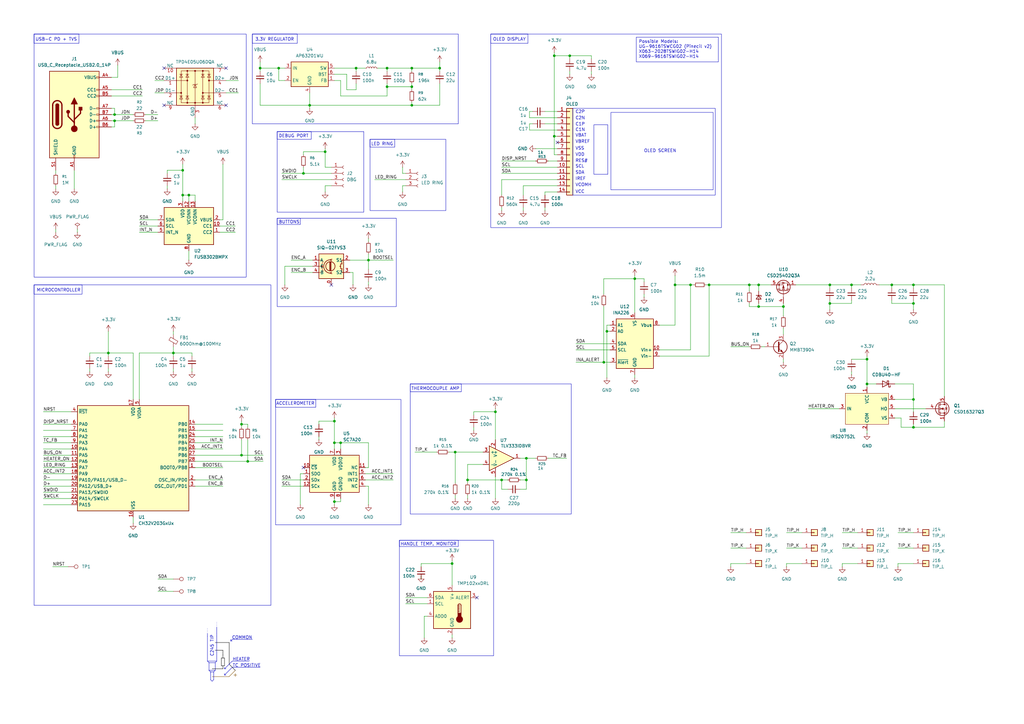
<source format=kicad_sch>
(kicad_sch
	(version 20250114)
	(generator "eeschema")
	(generator_version "9.0")
	(uuid "7095b018-eac3-4b01-b374-28e3216c4fd8")
	(paper "A3")
	
	(rectangle
		(start 113.03 163.83)
		(end 164.465 215.265)
		(stroke
			(width 0)
			(type default)
		)
		(fill
			(type none)
		)
		(uuid 25f66d05-38b5-4a17-99c1-8cad2c92cd3e)
	)
	(rectangle
		(start 13.97 13.97)
		(end 100.965 113.665)
		(stroke
			(width 0)
			(type default)
		)
		(fill
			(type none)
		)
		(uuid 34cfca7f-b72a-4261-a704-f33e6bc4b279)
	)
	(rectangle
		(start 113.03 163.83)
		(end 129.54 167.005)
		(stroke
			(width 0)
			(type default)
		)
		(fill
			(type none)
		)
		(uuid 37b1d202-d0af-4356-9cea-c5377ffdf5c6)
	)
	(rectangle
		(start 168.275 157.48)
		(end 189.23 160.655)
		(stroke
			(width 0)
			(type default)
		)
		(fill
			(type none)
		)
		(uuid 411456a7-808a-4a99-b2e7-4b00b0660778)
	)
	(rectangle
		(start 113.665 89.535)
		(end 123.19 92.075)
		(stroke
			(width 0)
			(type default)
		)
		(fill
			(type none)
		)
		(uuid 51756553-69aa-4f9f-a31a-a60fa2c78053)
	)
	(rectangle
		(start 113.665 53.975)
		(end 149.225 86.995)
		(stroke
			(width 0)
			(type default)
		)
		(fill
			(type none)
		)
		(uuid 5ccf0a54-c09c-402b-8c12-180398bcf0c0)
	)
	(rectangle
		(start 151.765 57.15)
		(end 182.88 86.36)
		(stroke
			(width 0)
			(type default)
		)
		(fill
			(type none)
		)
		(uuid 7ca7d888-0de2-4ee4-9e02-bce99f6c7310)
	)
	(rectangle
		(start 13.97 116.84)
		(end 33.655 120.65)
		(stroke
			(width 0)
			(type default)
		)
		(fill
			(type none)
		)
		(uuid 7d5ee34c-3c30-4116-b034-575f8f5cbca0)
	)
	(rectangle
		(start 113.665 89.535)
		(end 162.56 125.73)
		(stroke
			(width 0)
			(type default)
		)
		(fill
			(type none)
		)
		(uuid 9c119ec4-7162-4594-9de4-9af2e8ac3469)
	)
	(rectangle
		(start 103.505 13.97)
		(end 121.92 17.78)
		(stroke
			(width 0)
			(type default)
		)
		(fill
			(type none)
		)
		(uuid 9d5c2b83-1ad1-4eb5-9c00-115d7cfbb819)
	)
	(rectangle
		(start 168.275 157.48)
		(end 234.315 210.82)
		(stroke
			(width 0)
			(type default)
		)
		(fill
			(type none)
		)
		(uuid a57dfd79-f7b7-44cf-be58-21e0757161fa)
	)
	(rectangle
		(start 13.97 116.84)
		(end 111.125 248.285)
		(stroke
			(width 0)
			(type default)
		)
		(fill
			(type none)
		)
		(uuid a66c837f-d550-4ad5-b67a-1a34b6eaed03)
	)
	(rectangle
		(start 250.571 46.101)
		(end 292.481 77.851)
		(stroke
			(width 0)
			(type default)
		)
		(fill
			(type none)
		)
		(uuid b323df54-646c-4c42-ac5d-c702f5da28df)
	)
	(rectangle
		(start 13.97 13.97)
		(end 32.385 17.78)
		(stroke
			(width 0)
			(type default)
		)
		(fill
			(type none)
		)
		(uuid b41c86f7-a703-4da7-9c7c-3d6f2dbdab0b)
	)
	(rectangle
		(start 163.83 221.615)
		(end 187.96 224.155)
		(stroke
			(width 0)
			(type default)
		)
		(fill
			(type none)
		)
		(uuid b798fff3-5d10-4e4c-948c-461a0845de52)
	)
	(rectangle
		(start 151.765 57.15)
		(end 161.925 60.325)
		(stroke
			(width 0)
			(type default)
		)
		(fill
			(type none)
		)
		(uuid bb60d903-b4fc-4579-917b-d8b1327cda5c)
	)
	(rectangle
		(start 234.95 44.45)
		(end 293.37 80.01)
		(stroke
			(width 0)
			(type default)
		)
		(fill
			(type none)
		)
		(uuid c7ed09f4-c5b0-447c-8527-2fd1a9942fc7)
	)
	(rectangle
		(start 201.295 13.97)
		(end 295.91 93.345)
		(stroke
			(width 0)
			(type default)
		)
		(fill
			(type none)
		)
		(uuid c86b0301-7b25-4d55-b6bd-bf1af0f3ea13)
	)
	(rectangle
		(start 243.586 51.181)
		(end 249.301 71.501)
		(stroke
			(width 0)
			(type default)
		)
		(fill
			(type none)
		)
		(uuid cc173c2c-4802-4b85-8dc1-c0ed1e2586ae)
	)
	(rectangle
		(start 113.665 53.975)
		(end 127.635 57.15)
		(stroke
			(width 0)
			(type default)
		)
		(fill
			(type none)
		)
		(uuid d42d397b-7d5e-44b0-98a1-cec60f91a733)
	)
	(rectangle
		(start 103.505 13.97)
		(end 187.96 50.8)
		(stroke
			(width 0)
			(type default)
		)
		(fill
			(type none)
		)
		(uuid d5e44070-3c31-4662-9265-15546dcb33a9)
	)
	(rectangle
		(start 163.83 221.615)
		(end 202.438 268.986)
		(stroke
			(width 0)
			(type default)
		)
		(fill
			(type none)
		)
		(uuid dc78faa3-7706-462b-aff1-ea2259b8957d)
	)
	(rectangle
		(start 201.295 13.97)
		(end 216.535 17.78)
		(stroke
			(width 0)
			(type default)
		)
		(fill
			(type none)
		)
		(uuid df873f2f-b2dc-4231-b391-da9722f3ee43)
	)
	(text "COMMON"
		(exclude_from_sim no)
		(at 95.123 261.62 0)
		(effects
			(font
				(size 1.27 1.27)
			)
			(justify left)
		)
		(uuid "0da803d8-6a61-4b47-b3c4-8c42b4ebcdd7")
	)
	(text "3.3V REGULATOR"
		(exclude_from_sim no)
		(at 104.648 16.256 0)
		(effects
			(font
				(size 1.27 1.27)
			)
			(justify left)
		)
		(uuid "270c64e9-acc9-4bdf-adf9-51e85a7cfae3")
	)
	(text "C2N"
		(exclude_from_sim no)
		(at 235.966 48.514 0)
		(effects
			(font
				(size 1.27 1.27)
			)
			(justify left)
		)
		(uuid "303735e4-f194-4e97-9ddd-7741146e5965")
	)
	(text "USB-C PD + TVS"
		(exclude_from_sim no)
		(at 14.478 16.256 0)
		(effects
			(font
				(size 1.27 1.27)
			)
			(justify left)
		)
		(uuid "3b53ae36-2320-46df-8526-8d2b0e4cd267")
	)
	(text "BUTTONS"
		(exclude_from_sim no)
		(at 114.3 91.186 0)
		(effects
			(font
				(size 1.27 1.27)
			)
			(justify left)
		)
		(uuid "4ff0d853-92f6-4f02-aa33-1f252be5ef75")
	)
	(text "DEBUG PORT"
		(exclude_from_sim no)
		(at 114.3 55.88 0)
		(effects
			(font
				(size 1.27 1.27)
			)
			(justify left)
		)
		(uuid "5c2c7cad-81d2-418f-aeca-ca54c6312f8c")
	)
	(text "SCL"
		(exclude_from_sim no)
		(at 235.966 68.326 0)
		(effects
			(font
				(size 1.27 1.27)
			)
			(justify left)
		)
		(uuid "63c62cf3-4266-478a-9f68-199034fe5d8b")
	)
	(text "RES#"
		(exclude_from_sim no)
		(at 235.966 66.04 0)
		(effects
			(font
				(size 1.27 1.27)
			)
			(justify left)
		)
		(uuid "6ce3c0b9-bb73-4f4d-8996-df06398c02e3")
	)
	(text "C1P"
		(exclude_from_sim no)
		(at 235.966 51.054 0)
		(effects
			(font
				(size 1.27 1.27)
			)
			(justify left)
		)
		(uuid "6d196f00-fda4-408a-b16f-63e268646b7a")
	)
	(text "ACCELEROMETER"
		(exclude_from_sim no)
		(at 121.158 165.608 0)
		(effects
			(font
				(size 1.27 1.27)
			)
		)
		(uuid "6d3cce01-49eb-4036-848c-880563d726ff")
	)
	(text "HEATER"
		(exclude_from_sim no)
		(at 95.377 270.51 0)
		(effects
			(font
				(size 1.27 1.27)
			)
			(justify left)
		)
		(uuid "6f935533-365b-4490-a199-60d1f885e9c5")
	)
	(text "IREF"
		(exclude_from_sim no)
		(at 235.966 73.406 0)
		(effects
			(font
				(size 1.27 1.27)
			)
			(justify left)
		)
		(uuid "78269562-db7d-4f9c-9409-11de08793bfa")
	)
	(text "C1N"
		(exclude_from_sim no)
		(at 235.966 53.34 0)
		(effects
			(font
				(size 1.27 1.27)
			)
			(justify left)
		)
		(uuid "86eaf89d-7735-48bc-8adf-2c6d7e1c9267")
	)
	(text "C2P"
		(exclude_from_sim no)
		(at 235.966 45.974 0)
		(effects
			(font
				(size 1.27 1.27)
			)
			(justify left)
		)
		(uuid "88767c22-62f5-491f-8191-e622ce50d549")
	)
	(text "VDD"
		(exclude_from_sim no)
		(at 235.966 63.5 0)
		(effects
			(font
				(size 1.27 1.27)
			)
			(justify left)
		)
		(uuid "98ea20d6-f789-4c9a-9d2d-ddf9c4e55ce3")
	)
	(text "HANDLE TEMP. MONITOR"
		(exclude_from_sim no)
		(at 175.768 223.266 0)
		(effects
			(font
				(size 1.27 1.27)
			)
		)
		(uuid "9cf9be48-0da6-4698-b802-905b4321ec7e")
	)
	(text "TC POSITIVE"
		(exclude_from_sim no)
		(at 95.377 273.05 0)
		(effects
			(font
				(size 1.27 1.27)
			)
			(justify left)
		)
		(uuid "9da3b577-a0bb-4c33-9c3c-e8388ac87829")
	)
	(text "OLED SCREEN"
		(exclude_from_sim no)
		(at 270.764 61.976 0)
		(effects
			(font
				(size 1.27 1.27)
			)
		)
		(uuid "a7d4d929-dbaa-411d-a847-37e4617db2b8")
	)
	(text "VCC"
		(exclude_from_sim no)
		(at 235.966 78.74 0)
		(effects
			(font
				(size 1.27 1.27)
			)
			(justify left)
		)
		(uuid "c0b5be38-ee7a-4c62-b666-9455a24b9bdf")
	)
	(text "SDA"
		(exclude_from_sim no)
		(at 235.966 70.866 0)
		(effects
			(font
				(size 1.27 1.27)
			)
			(justify left)
		)
		(uuid "d1f23843-c159-4734-816f-e3ebdc7225d4")
	)
	(text "VBREF"
		(exclude_from_sim no)
		(at 235.966 58.166 0)
		(effects
			(font
				(size 1.27 1.27)
			)
			(justify left)
		)
		(uuid "dc92fbc2-eb7d-47ac-891e-6de1528c9506")
	)
	(text "OLED DISPLAY"
		(exclude_from_sim no)
		(at 202.184 16.256 0)
		(effects
			(font
				(size 1.27 1.27)
			)
			(justify left)
		)
		(uuid "e1182865-9cf6-484e-b369-4d8124243a24")
	)
	(text "VBAT"
		(exclude_from_sim no)
		(at 235.966 55.626 0)
		(effects
			(font
				(size 1.27 1.27)
			)
			(justify left)
		)
		(uuid "e5136794-6a5a-4728-b4d0-e47266a8ec2c")
	)
	(text "VSS"
		(exclude_from_sim no)
		(at 235.966 60.96 0)
		(effects
			(font
				(size 1.27 1.27)
			)
			(justify left)
		)
		(uuid "e5277a5c-1568-43ec-ab65-5c403a9ddad3")
	)
	(text "VCOMH"
		(exclude_from_sim no)
		(at 235.966 75.946 0)
		(effects
			(font
				(size 1.27 1.27)
			)
			(justify left)
		)
		(uuid "e677c7ab-e79d-4a1c-8a88-4a56ca5d6b79")
	)
	(text "THERMOCOUPLE AMP"
		(exclude_from_sim no)
		(at 178.562 159.512 0)
		(effects
			(font
				(size 1.27 1.27)
			)
		)
		(uuid "e865e2d4-df9a-47d7-8bc3-1d543675c813")
	)
	(text "C245 TIP"
		(exclude_from_sim no)
		(at 86.995 264.922 90)
		(effects
			(font
				(size 1.27 1.27)
			)
		)
		(uuid "ec1ed9c1-072b-4c68-8764-5736b7bc8d68")
	)
	(text "LED RING"
		(exclude_from_sim no)
		(at 156.718 59.182 0)
		(effects
			(font
				(size 1.27 1.27)
			)
		)
		(uuid "eebaafe7-13f6-4495-a884-67f3bb5c6ce1")
	)
	(text "MICROCONTROLLER"
		(exclude_from_sim no)
		(at 14.986 119.126 0)
		(effects
			(font
				(size 1.27 1.27)
			)
			(justify left)
		)
		(uuid "f4202bbd-17db-406a-9b6f-417fe43fdaab")
	)
	(text_box "Possible Models:\nUG-9616TSWCG02 (Pinecil v2)\nX063-2028TSWIG02-H14\nX069-9616TSWIG02-H14"
		(exclude_from_sim no)
		(at 260.985 15.24 0)
		(size 33.655 10.16)
		(margins 0.9525 0.9525 0.9525 0.9525)
		(stroke
			(width 0)
			(type solid)
		)
		(fill
			(type none)
		)
		(effects
			(font
				(size 1.27 1.27)
			)
			(justify left top)
		)
		(uuid "aff1d92e-7948-41af-95d4-eec0b0d11729")
	)
	(junction
		(at 340.36 116.84)
		(diameter 0)
		(color 0 0 0 0)
		(uuid "0249d269-810c-4792-bcad-62c507e2feae")
	)
	(junction
		(at 146.05 27.94)
		(diameter 0)
		(color 0 0 0 0)
		(uuid "0acd8611-5527-40f7-90a3-5c60d1adc1d0")
	)
	(junction
		(at 283.21 116.84)
		(diameter 0)
		(color 0 0 0 0)
		(uuid "1ddbe419-3595-4df3-a72f-7cf030e34ac4")
	)
	(junction
		(at 99.06 173.99)
		(diameter 0)
		(color 0 0 0 0)
		(uuid "22bc19a2-e590-4ae5-87e1-2c346112c753")
	)
	(junction
		(at 374.65 175.26)
		(diameter 0)
		(color 0 0 0 0)
		(uuid "253e7a83-9b7c-4d4c-b8d1-7fbacce38609")
	)
	(junction
		(at 290.83 116.84)
		(diameter 0)
		(color 0 0 0 0)
		(uuid "344187d9-c96b-45fd-8f6c-b46a99aead8f")
	)
	(junction
		(at 101.6 189.23)
		(diameter 0)
		(color 0 0 0 0)
		(uuid "39afbb62-f4d9-47c5-b1ec-6bf8308a9b0e")
	)
	(junction
		(at 203.2 168.91)
		(diameter 0)
		(color 0 0 0 0)
		(uuid "3f9bcc33-18ad-48ec-8047-f514eddb9bd3")
	)
	(junction
		(at 340.36 124.46)
		(diameter 0)
		(color 0 0 0 0)
		(uuid "43942d84-b87b-4f4a-adb8-d0b0fad21d24")
	)
	(junction
		(at 374.65 163.83)
		(diameter 0)
		(color 0 0 0 0)
		(uuid "45cd84fd-2fd0-4481-9f27-779c4e05a620")
	)
	(junction
		(at 191.77 196.85)
		(diameter 0)
		(color 0 0 0 0)
		(uuid "4793f579-9960-4fea-a983-16516b9a6a74")
	)
	(junction
		(at 311.15 125.73)
		(diameter 0)
		(color 0 0 0 0)
		(uuid "49c221c5-b155-4b45-89fb-6e25d4f31e7a")
	)
	(junction
		(at 158.75 27.94)
		(diameter 0)
		(color 0 0 0 0)
		(uuid "4e457d4d-37fd-4b51-a420-85ebb8dc04c5")
	)
	(junction
		(at 355.6 147.32)
		(diameter 0)
		(color 0 0 0 0)
		(uuid "53a66df1-5fe2-4b0c-804a-c9cb357aa0e6")
	)
	(junction
		(at 168.91 35.56)
		(diameter 0)
		(color 0 0 0 0)
		(uuid "57d2e74f-9c65-42d1-a47a-8230db07f92e")
	)
	(junction
		(at 137.16 181.61)
		(diameter 0)
		(color 0 0 0 0)
		(uuid "589eff9d-eed1-4df5-98d6-26b7c768b426")
	)
	(junction
		(at 185.42 231.14)
		(diameter 0)
		(color 0 0 0 0)
		(uuid "5c8091f6-1fe8-4a10-b56d-0569715c68e9")
	)
	(junction
		(at 46.99 49.53)
		(diameter 0)
		(color 0 0 0 0)
		(uuid "5e8d1cf7-167e-4030-9f28-7c115ea5395b")
	)
	(junction
		(at 227.33 55.88)
		(diameter 0)
		(color 0 0 0 0)
		(uuid "5fbb3de9-86ee-49ad-a284-eb55f1cc692a")
	)
	(junction
		(at 168.91 43.18)
		(diameter 0)
		(color 0 0 0 0)
		(uuid "660d2309-d1aa-4d86-b95c-854e50c0a293")
	)
	(junction
		(at 168.91 27.94)
		(diameter 0)
		(color 0 0 0 0)
		(uuid "691dc945-779c-4911-8f56-5300f4d58275")
	)
	(junction
		(at 233.68 22.86)
		(diameter 0)
		(color 0 0 0 0)
		(uuid "73b54f8a-8892-4f5c-ad2f-0a2e6cc384c3")
	)
	(junction
		(at 205.74 196.85)
		(diameter 0)
		(color 0 0 0 0)
		(uuid "77d052f3-f174-4ac4-b7f3-74fd8cd4f0e2")
	)
	(junction
		(at 321.31 125.73)
		(diameter 0)
		(color 0 0 0 0)
		(uuid "79d322c6-a667-4208-9ff3-5ed13bd115b7")
	)
	(junction
		(at 260.35 114.3)
		(diameter 0)
		(color 0 0 0 0)
		(uuid "7d3edf29-0a34-493b-a403-4e5e153d29fc")
	)
	(junction
		(at 307.34 116.84)
		(diameter 0)
		(color 0 0 0 0)
		(uuid "80827189-6922-4e99-944c-27a95d11ce5b")
	)
	(junction
		(at 137.16 172.72)
		(diameter 0)
		(color 0 0 0 0)
		(uuid "84b1d133-5555-4f34-9259-4c4a00397909")
	)
	(junction
		(at 158.75 35.56)
		(diameter 0)
		(color 0 0 0 0)
		(uuid "85eb43cd-2fb7-4c1a-b0ce-7e338a2da686")
	)
	(junction
		(at 215.9 196.85)
		(diameter 0)
		(color 0 0 0 0)
		(uuid "879d8513-8c12-4c71-805b-cfd0566ce6a8")
	)
	(junction
		(at 248.92 135.89)
		(diameter 0)
		(color 0 0 0 0)
		(uuid "87bdbf96-3d48-4981-b994-dfde82d815de")
	)
	(junction
		(at 276.86 116.84)
		(diameter 0)
		(color 0 0 0 0)
		(uuid "8921e9ca-0ecf-4755-b5c2-d0084cccd6cf")
	)
	(junction
		(at 99.06 186.69)
		(diameter 0)
		(color 0 0 0 0)
		(uuid "8f91cdd6-9b8f-41e7-aba5-783e4c94f1c2")
	)
	(junction
		(at 349.25 116.84)
		(diameter 0)
		(color 0 0 0 0)
		(uuid "924a9453-b138-4112-9cf9-cdd7d6fd271f")
	)
	(junction
		(at 227.33 22.86)
		(diameter 0)
		(color 0 0 0 0)
		(uuid "9531702c-c6a6-4297-8a10-64a5c6fc90b3")
	)
	(junction
		(at 374.65 124.46)
		(diameter 0)
		(color 0 0 0 0)
		(uuid "9ce0d5f7-a196-42ba-865b-78bc41279af1")
	)
	(junction
		(at 44.45 144.78)
		(diameter 0)
		(color 0 0 0 0)
		(uuid "9fa2ea7a-f50f-4f59-8f6e-1d8cc4b4f22f")
	)
	(junction
		(at 74.93 80.01)
		(diameter 0)
		(color 0 0 0 0)
		(uuid "a102cd63-af1a-49b4-9201-df06578d4c1f")
	)
	(junction
		(at 186.69 185.42)
		(diameter 0)
		(color 0 0 0 0)
		(uuid "abfdf2ca-6d75-42e4-bc8a-926f6a715c4d")
	)
	(junction
		(at 215.9 187.96)
		(diameter 0)
		(color 0 0 0 0)
		(uuid "aff6f7cf-f995-4965-9b70-2f6e1afd3257")
	)
	(junction
		(at 71.12 144.78)
		(diameter 0)
		(color 0 0 0 0)
		(uuid "cbafbc4a-ea32-4bc2-8303-c740f3149d9b")
	)
	(junction
		(at 151.13 106.68)
		(diameter 0)
		(color 0 0 0 0)
		(uuid "cbfb9910-a9c3-4d1d-beaf-ad4934f7e32e")
	)
	(junction
		(at 127 43.18)
		(diameter 0)
		(color 0 0 0 0)
		(uuid "d049456d-20ee-4308-a384-c295c5fb64a1")
	)
	(junction
		(at 77.47 80.01)
		(diameter 0)
		(color 0 0 0 0)
		(uuid "d075905e-0ee9-4e4e-bc8b-46248e59d6b7")
	)
	(junction
		(at 137.16 205.74)
		(diameter 0)
		(color 0 0 0 0)
		(uuid "d3c0ec6c-e13a-496a-ad1c-ba60afc46b96")
	)
	(junction
		(at 46.99 46.99)
		(diameter 0)
		(color 0 0 0 0)
		(uuid "d3cb3929-1383-43bf-9aa0-8d6179547879")
	)
	(junction
		(at 365.76 116.84)
		(diameter 0)
		(color 0 0 0 0)
		(uuid "d6376345-e63e-469e-b947-b621d80200ca")
	)
	(junction
		(at 374.65 116.84)
		(diameter 0)
		(color 0 0 0 0)
		(uuid "d9505c24-ab59-4a1d-8ead-8359d37f8315")
	)
	(junction
		(at 355.6 157.48)
		(diameter 0)
		(color 0 0 0 0)
		(uuid "db98d098-9019-45b6-80db-568ba28220c4")
	)
	(junction
		(at 74.93 69.85)
		(diameter 0)
		(color 0 0 0 0)
		(uuid "dced1970-c9d1-4fca-aa68-57578fbeec87")
	)
	(junction
		(at 133.35 62.23)
		(diameter 0)
		(color 0 0 0 0)
		(uuid "dd645f38-5944-4257-9764-2d12bcf783d9")
	)
	(junction
		(at 124.46 71.12)
		(diameter 0)
		(color 0 0 0 0)
		(uuid "e0c9883b-d031-4a61-9fde-76739f501e2c")
	)
	(junction
		(at 311.15 116.84)
		(diameter 0)
		(color 0 0 0 0)
		(uuid "e7b5bade-bac5-4818-84c3-18d6a9b8e9bf")
	)
	(junction
		(at 114.3 27.94)
		(diameter 0)
		(color 0 0 0 0)
		(uuid "e80bc681-7695-43f3-a2bd-d411c7e86409")
	)
	(junction
		(at 139.7 181.61)
		(diameter 0)
		(color 0 0 0 0)
		(uuid "ea9ea449-1699-40d7-8a1c-89a1d2111f96")
	)
	(junction
		(at 180.34 27.94)
		(diameter 0)
		(color 0 0 0 0)
		(uuid "efddc068-f25b-4568-b3c6-1c6aa0f4c97e")
	)
	(junction
		(at 106.68 27.94)
		(diameter 0)
		(color 0 0 0 0)
		(uuid "f1df4cab-d95d-4e21-b204-cc5686c3ccd2")
	)
	(junction
		(at 247.65 148.59)
		(diameter 0)
		(color 0 0 0 0)
		(uuid "f7b295b6-cf9f-4869-a52e-c95688582c78")
	)
	(no_connect
		(at 92.71 43.18)
		(uuid "46b4ccbc-24ab-4899-8505-9a1bc9336197")
	)
	(no_connect
		(at 67.31 27.94)
		(uuid "613b3790-5218-413f-a343-e26aa4ea4b95")
	)
	(no_connect
		(at 228.6 58.42)
		(uuid "8d801d13-32fe-4e34-8cc5-b8a86a497023")
	)
	(no_connect
		(at 195.58 245.11)
		(uuid "b019387a-2a10-4f2e-ad70-575cf4df82b8")
	)
	(no_connect
		(at 124.46 191.77)
		(uuid "bb17c601-45a1-4eb6-aaaf-eada3efdd523")
	)
	(no_connect
		(at 67.31 43.18)
		(uuid "c9b41e3a-80a4-4410-be4c-91975e86700a")
	)
	(no_connect
		(at 135.89 116.84)
		(uuid "d8cbb7b8-f348-43ed-b12a-7c884625729d")
	)
	(no_connect
		(at 92.71 27.94)
		(uuid "e9fc4535-1911-4390-b5e2-c282d53c9319")
	)
	(wire
		(pts
			(xy 99.06 186.69) (xy 107.95 186.69)
		)
		(stroke
			(width 0)
			(type default)
		)
		(uuid "00dc7f33-0b4e-4099-8479-24293b9aabac")
	)
	(wire
		(pts
			(xy 149.86 196.85) (xy 161.29 196.85)
		)
		(stroke
			(width 0)
			(type default)
		)
		(uuid "0156bf95-e162-433c-99c7-904c2f68448d")
	)
	(wire
		(pts
			(xy 306.07 231.14) (xy 299.72 231.14)
		)
		(stroke
			(width 0)
			(type default)
		)
		(uuid "01731df4-405d-4159-8024-ddbfe44e4824")
	)
	(wire
		(pts
			(xy 180.34 25.4) (xy 180.34 27.94)
		)
		(stroke
			(width 0)
			(type default)
		)
		(uuid "0280334b-627a-4233-a676-012a207d9298")
	)
	(wire
		(pts
			(xy 123.19 194.31) (xy 124.46 194.31)
		)
		(stroke
			(width 0)
			(type default)
		)
		(uuid "03f9526b-c252-4cea-a8ec-81306ff6df76")
	)
	(wire
		(pts
			(xy 260.35 153.67) (xy 260.35 154.94)
		)
		(stroke
			(width 0)
			(type default)
		)
		(uuid "045736e4-e075-41e5-b1c9-53ded6fc813c")
	)
	(wire
		(pts
			(xy 63.5 38.1) (xy 67.31 38.1)
		)
		(stroke
			(width 0)
			(type default)
		)
		(uuid "057a48eb-9b1d-42a5-bf44-6985b9321748")
	)
	(polyline
		(pts
			(xy 94.615 262.89) (xy 95.25 262.89)
		)
		(stroke
			(width 0)
			(type default)
		)
		(uuid "061e75a6-db12-4875-bb49-acc7a02aa4eb")
	)
	(wire
		(pts
			(xy 227.33 55.88) (xy 228.6 55.88)
		)
		(stroke
			(width 0)
			(type default)
		)
		(uuid "06a39b25-e5c0-48bf-8f66-6ff9e46efda7")
	)
	(polyline
		(pts
			(xy 93.98 263.525) (xy 93.98 272.415)
		)
		(stroke
			(width 0)
			(type solid)
			(color 0 0 0 1)
		)
		(uuid "076917fa-25ee-47d3-b2b0-165b02f01f24")
	)
	(wire
		(pts
			(xy 321.31 125.73) (xy 321.31 129.54)
		)
		(stroke
			(width 0)
			(type default)
		)
		(uuid "08062c1a-37c9-4e6c-9fbf-fc441415a02e")
	)
	(wire
		(pts
			(xy 68.58 69.85) (xy 74.93 69.85)
		)
		(stroke
			(width 0)
			(type default)
		)
		(uuid "088c7699-190e-4234-9815-fffe11d5ef7a")
	)
	(wire
		(pts
			(xy 68.58 76.2) (xy 68.58 77.47)
		)
		(stroke
			(width 0)
			(type default)
		)
		(uuid "090443bb-96fb-4f06-ac72-191a7f6e15f4")
	)
	(wire
		(pts
			(xy 96.52 95.25) (xy 90.17 95.25)
		)
		(stroke
			(width 0)
			(type default)
		)
		(uuid "091df10a-a778-479d-8cbf-324751cb3cc5")
	)
	(wire
		(pts
			(xy 115.57 199.39) (xy 124.46 199.39)
		)
		(stroke
			(width 0)
			(type default)
		)
		(uuid "093a4bfc-aabd-4586-948a-1580d9afeffa")
	)
	(wire
		(pts
			(xy 45.72 36.83) (xy 58.42 36.83)
		)
		(stroke
			(width 0)
			(type default)
		)
		(uuid "098337dc-d67f-4f92-9e59-aa0530495823")
	)
	(wire
		(pts
			(xy 367.03 163.83) (xy 374.65 163.83)
		)
		(stroke
			(width 0)
			(type default)
		)
		(uuid "0991fc57-c77d-4d8b-a7f5-93559a71531e")
	)
	(wire
		(pts
			(xy 368.3 218.44) (xy 374.65 218.44)
		)
		(stroke
			(width 0)
			(type default)
		)
		(uuid "0b3b1be4-2c7f-47f2-886c-9ff27992e090")
	)
	(wire
		(pts
			(xy 355.6 176.53) (xy 355.6 177.8)
		)
		(stroke
			(width 0)
			(type default)
		)
		(uuid "0c9fa1d8-a413-4dad-b1e6-53724d6877dc")
	)
	(wire
		(pts
			(xy 80.01 184.15) (xy 91.44 184.15)
		)
		(stroke
			(width 0)
			(type default)
		)
		(uuid "0d0fb7d8-cf76-4ea3-b43e-0043f449d33e")
	)
	(wire
		(pts
			(xy 374.65 173.99) (xy 374.65 175.26)
		)
		(stroke
			(width 0)
			(type default)
		)
		(uuid "0d1d8e67-44be-4e93-8637-8b77df712344")
	)
	(wire
		(pts
			(xy 106.68 34.29) (xy 106.68 43.18)
		)
		(stroke
			(width 0)
			(type default)
		)
		(uuid "0d1da041-1604-484f-8588-64418e6780df")
	)
	(polyline
		(pts
			(xy 99.695 273.685) (xy 106.68 273.685)
		)
		(stroke
			(width 0)
			(type default)
		)
		(uuid "0efdd063-1445-49ad-b269-05e1548bd623")
	)
	(wire
		(pts
			(xy 367.03 157.48) (xy 374.65 157.48)
		)
		(stroke
			(width 0)
			(type default)
		)
		(uuid "0f2a8a4d-3e10-44bf-9ebb-4b69f6c43acb")
	)
	(wire
		(pts
			(xy 17.78 191.77) (xy 29.21 191.77)
		)
		(stroke
			(width 0)
			(type default)
		)
		(uuid "0f968ad1-38fa-43f3-a9ca-eaab57060db2")
	)
	(wire
		(pts
			(xy 214.63 85.09) (xy 214.63 86.36)
		)
		(stroke
			(width 0)
			(type default)
		)
		(uuid "0fdf5b0f-14a7-4ff5-aee8-91dcf3e80430")
	)
	(wire
		(pts
			(xy 355.6 157.48) (xy 355.6 158.75)
		)
		(stroke
			(width 0)
			(type default)
		)
		(uuid "10879948-174d-4f3a-9f51-53823fa9a5bd")
	)
	(wire
		(pts
			(xy 168.91 35.56) (xy 158.75 35.56)
		)
		(stroke
			(width 0)
			(type default)
		)
		(uuid "1190a964-f3bd-43e5-a242-6444d80cf4b2")
	)
	(polyline
		(pts
			(xy 86.995 277.495) (xy 93.98 277.495)
		)
		(stroke
			(width 0)
			(type solid)
			(color 128 77 0 1)
		)
		(uuid "11cf35b8-cd1b-4b18-8246-50d401672c42")
	)
	(wire
		(pts
			(xy 191.77 196.85) (xy 191.77 190.5)
		)
		(stroke
			(width 0)
			(type default)
		)
		(uuid "12f02fb2-28a7-4766-ae13-424545151178")
	)
	(wire
		(pts
			(xy 137.16 181.61) (xy 137.16 184.15)
		)
		(stroke
			(width 0)
			(type default)
		)
		(uuid "135c080a-b87a-42f2-bd23-e8f54c5ee6c7")
	)
	(wire
		(pts
			(xy 165.1 78.74) (xy 165.1 76.2)
		)
		(stroke
			(width 0)
			(type default)
		)
		(uuid "13a8fbae-4055-4538-a775-7561035458e6")
	)
	(wire
		(pts
			(xy 185.42 231.14) (xy 185.42 240.03)
		)
		(stroke
			(width 0)
			(type default)
		)
		(uuid "13ad3050-341d-4764-8a4c-837cb1090bc6")
	)
	(wire
		(pts
			(xy 191.77 196.85) (xy 205.74 196.85)
		)
		(stroke
			(width 0)
			(type default)
		)
		(uuid "13e7537a-edd6-43d5-8bb0-f6eb3d491016")
	)
	(wire
		(pts
			(xy 321.31 134.62) (xy 321.31 137.16)
		)
		(stroke
			(width 0)
			(type default)
		)
		(uuid "140f51ad-94a6-4a5e-a14c-9ccc995ffe92")
	)
	(wire
		(pts
			(xy 215.9 196.85) (xy 215.9 187.96)
		)
		(stroke
			(width 0)
			(type default)
		)
		(uuid "1427c6b1-5293-499b-9663-f54121cc8ca4")
	)
	(wire
		(pts
			(xy 48.26 31.75) (xy 48.26 26.67)
		)
		(stroke
			(width 0)
			(type default)
		)
		(uuid "14b83c6b-fa77-4ec1-b020-d89f490dd1db")
	)
	(wire
		(pts
			(xy 374.65 116.84) (xy 374.65 118.11)
		)
		(stroke
			(width 0)
			(type default)
		)
		(uuid "154f7824-5e3a-4df6-a265-e8ad4cf18628")
	)
	(wire
		(pts
			(xy 119.38 106.68) (xy 128.27 106.68)
		)
		(stroke
			(width 0)
			(type default)
		)
		(uuid "15d75b7e-53c1-4b3b-bead-3e9845084cb1")
	)
	(wire
		(pts
			(xy 203.2 167.64) (xy 203.2 168.91)
		)
		(stroke
			(width 0)
			(type default)
		)
		(uuid "16a235b6-6479-41c3-934b-5990cd87fafe")
	)
	(wire
		(pts
			(xy 227.33 55.88) (xy 227.33 63.5)
		)
		(stroke
			(width 0)
			(type default)
		)
		(uuid "16a6ad92-1a6b-4d2b-93f1-5652f5947dbb")
	)
	(wire
		(pts
			(xy 168.91 29.21) (xy 168.91 27.94)
		)
		(stroke
			(width 0)
			(type default)
		)
		(uuid "16beecb1-a5ab-433f-9aa9-d5c8af0be23d")
	)
	(polyline
		(pts
			(xy 95.885 276.86) (xy 97.155 276.86)
		)
		(stroke
			(width 0)
			(type solid)
			(color 128 77 0 1)
		)
		(uuid "17532791-aaa0-48e6-a3d3-84b5cfe2ffdf")
	)
	(wire
		(pts
			(xy 45.72 52.07) (xy 46.99 52.07)
		)
		(stroke
			(width 0)
			(type default)
		)
		(uuid "18438b3a-827e-4972-b4d2-e39627126fd2")
	)
	(wire
		(pts
			(xy 17.78 186.69) (xy 29.21 186.69)
		)
		(stroke
			(width 0)
			(type default)
		)
		(uuid "185cc638-609c-4acf-9a83-434d47f9bece")
	)
	(wire
		(pts
			(xy 322.58 218.44) (xy 328.93 218.44)
		)
		(stroke
			(width 0)
			(type default)
		)
		(uuid "186284b8-bd67-4889-90c2-387a38831a45")
	)
	(wire
		(pts
			(xy 17.78 201.93) (xy 29.21 201.93)
		)
		(stroke
			(width 0)
			(type default)
		)
		(uuid "1a675778-1e38-4114-a392-a674b2dc8fa9")
	)
	(wire
		(pts
			(xy 290.83 116.84) (xy 290.83 146.05)
		)
		(stroke
			(width 0)
			(type default)
		)
		(uuid "1a894749-5980-44f8-be8f-1f0ca672c7df")
	)
	(wire
		(pts
			(xy 71.12 135.89) (xy 71.12 137.16)
		)
		(stroke
			(width 0)
			(type default)
		)
		(uuid "1ae0b9e3-10e0-4c50-8291-792664f6f6ce")
	)
	(wire
		(pts
			(xy 374.65 175.26) (xy 387.35 175.26)
		)
		(stroke
			(width 0)
			(type default)
		)
		(uuid "1b77d230-b149-4ebc-9500-892f807d9feb")
	)
	(wire
		(pts
			(xy 101.6 175.26) (xy 101.6 173.99)
		)
		(stroke
			(width 0)
			(type default)
		)
		(uuid "1beeb275-c1cd-4b8f-a12a-830eb9c2286d")
	)
	(wire
		(pts
			(xy 80.01 199.39) (xy 91.44 199.39)
		)
		(stroke
			(width 0)
			(type default)
		)
		(uuid "1c31a3a0-71be-4869-aecb-fe7720f70370")
	)
	(polyline
		(pts
			(xy 91.44 268.605) (xy 91.44 269.875)
		)
		(stroke
			(width 0)
			(type solid)
			(color 0 0 0 1)
		)
		(uuid "1cb32bb3-76dc-4823-be3a-ee1c82fb9d6e")
	)
	(wire
		(pts
			(xy 345.44 231.14) (xy 351.79 231.14)
		)
		(stroke
			(width 0)
			(type default)
		)
		(uuid "1cf9f715-8924-4551-8321-2cb14bcb7a4b")
	)
	(wire
		(pts
			(xy 168.91 43.18) (xy 127 43.18)
		)
		(stroke
			(width 0)
			(type default)
		)
		(uuid "1efe1ac7-40f4-4f17-9d42-17e1c9f0de6b")
	)
	(polyline
		(pts
			(xy 94.615 262.89) (xy 95.25 262.255)
		)
		(stroke
			(width 0)
			(type default)
		)
		(uuid "1fc62f63-6cba-4ff0-930d-1f292e0bfa84")
	)
	(wire
		(pts
			(xy 80.01 181.61) (xy 91.44 181.61)
		)
		(stroke
			(width 0)
			(type default)
		)
		(uuid "1fd72b09-6ab8-4dc4-8f0b-ca67c9a74253")
	)
	(wire
		(pts
			(xy 68.58 71.12) (xy 68.58 69.85)
		)
		(stroke
			(width 0)
			(type default)
		)
		(uuid "202b5c7b-0b11-4522-bc46-256551c46d63")
	)
	(wire
		(pts
			(xy 116.84 27.94) (xy 114.3 27.94)
		)
		(stroke
			(width 0)
			(type default)
		)
		(uuid "202f5003-0a48-4fcb-962b-eb5d0b2eea8c")
	)
	(polyline
		(pts
			(xy 85.09 271.145) (xy 88.9 271.145)
		)
		(stroke
			(width 0)
			(type default)
		)
		(uuid "20c289f8-34a5-48ed-8d32-b4b9e5521011")
	)
	(wire
		(pts
			(xy 172.72 231.14) (xy 185.42 231.14)
		)
		(stroke
			(width 0)
			(type default)
		)
		(uuid "20e2fb42-fafd-4f0a-849e-70f241cf50dd")
	)
	(wire
		(pts
			(xy 77.47 102.87) (xy 77.47 106.68)
		)
		(stroke
			(width 0)
			(type default)
		)
		(uuid "21a2f101-e4da-4991-a949-92df212cf85b")
	)
	(polyline
		(pts
			(xy 95.25 262.255) (xy 103.505 262.255)
		)
		(stroke
			(width 0)
			(type default)
		)
		(uuid "225ad2a0-3f91-4b41-b14c-33002ef325b8")
	)
	(wire
		(pts
			(xy 180.34 43.18) (xy 168.91 43.18)
		)
		(stroke
			(width 0)
			(type default)
		)
		(uuid "228d2b28-0e5e-4a0f-9a64-60ca034456d5")
	)
	(wire
		(pts
			(xy 22.86 69.85) (xy 22.86 71.12)
		)
		(stroke
			(width 0)
			(type default)
		)
		(uuid "22ceb097-bc74-4764-aecd-0b980944d711")
	)
	(wire
		(pts
			(xy 299.72 224.79) (xy 306.07 224.79)
		)
		(stroke
			(width 0)
			(type default)
		)
		(uuid "234d1ba8-847a-498b-b1ae-e4eb0f0e2c2e")
	)
	(polyline
		(pts
			(xy 93.98 277.495) (xy 96.52 274.955)
		)
		(stroke
			(width 0)
			(type solid)
			(color 128 77 0 1)
		)
		(uuid "23b27315-c748-4e5f-bfe8-f12b825cfb87")
	)
	(wire
		(pts
			(xy 168.91 34.29) (xy 168.91 35.56)
		)
		(stroke
			(width 0)
			(type default)
		)
		(uuid "24d5a81f-7436-4451-bff0-11fbe42d2c28")
	)
	(wire
		(pts
			(xy 368.3 231.14) (xy 374.65 231.14)
		)
		(stroke
			(width 0)
			(type default)
		)
		(uuid "2616a777-c896-4d19-9dd1-44f1b40faa16")
	)
	(wire
		(pts
			(xy 340.36 123.19) (xy 340.36 124.46)
		)
		(stroke
			(width 0)
			(type default)
		)
		(uuid "262148e9-abf9-4df4-8abe-6bc1166237b2")
	)
	(wire
		(pts
			(xy 345.44 224.79) (xy 351.79 224.79)
		)
		(stroke
			(width 0)
			(type default)
		)
		(uuid "28258bd8-18c4-469b-be71-ef9ab42f0cf4")
	)
	(wire
		(pts
			(xy 208.28 200.66) (xy 205.74 200.66)
		)
		(stroke
			(width 0)
			(type default)
		)
		(uuid "28f9a714-ce47-4a87-9eba-39a2e1e51e21")
	)
	(wire
		(pts
			(xy 158.75 39.37) (xy 139.7 39.37)
		)
		(stroke
			(width 0)
			(type default)
		)
		(uuid "296133f5-2a32-47e9-994c-67f3c4c032fa")
	)
	(wire
		(pts
			(xy 46.99 44.45) (xy 46.99 46.99)
		)
		(stroke
			(width 0)
			(type default)
		)
		(uuid "2b6c7f04-a093-4524-90eb-496f9f787527")
	)
	(wire
		(pts
			(xy 205.74 73.66) (xy 205.74 80.01)
		)
		(stroke
			(width 0)
			(type default)
		)
		(uuid "2c6750b6-74c7-4d32-8f14-8af4353a5366")
	)
	(wire
		(pts
			(xy 127 43.18) (xy 127 44.45)
		)
		(stroke
			(width 0)
			(type default)
		)
		(uuid "2caf9a90-c3fc-4061-b393-2a0dec203c07")
	)
	(wire
		(pts
			(xy 270.51 146.05) (xy 290.83 146.05)
		)
		(stroke
			(width 0)
			(type default)
		)
		(uuid "2d33e4d5-c7ce-4694-ab29-5a6f11a02904")
	)
	(wire
		(pts
			(xy 45.72 31.75) (xy 48.26 31.75)
		)
		(stroke
			(width 0)
			(type default)
		)
		(uuid "2f68ac55-2ae3-4fdc-bcfb-21f448f1abfc")
	)
	(wire
		(pts
			(xy 17.78 194.31) (xy 29.21 194.31)
		)
		(stroke
			(width 0)
			(type default)
		)
		(uuid "2fdf26ff-e34d-47ed-b024-4ecb4d28caf6")
	)
	(wire
		(pts
			(xy 137.16 171.45) (xy 137.16 172.72)
		)
		(stroke
			(width 0)
			(type default)
		)
		(uuid "2ff8f590-a0dd-4986-b523-e06c9b3827a0")
	)
	(polyline
		(pts
			(xy 85.09 257.81) (xy 85.09 259.715)
		)
		(stroke
			(width 0)
			(type dot)
		)
		(uuid "30942881-eef2-4f32-b0ca-a19e1cdb685d")
	)
	(wire
		(pts
			(xy 133.35 68.58) (xy 133.35 62.23)
		)
		(stroke
			(width 0)
			(type default)
		)
		(uuid "3096bc9d-6be7-44be-98b5-33a16aea1377")
	)
	(wire
		(pts
			(xy 146.05 36.83) (xy 142.24 36.83)
		)
		(stroke
			(width 0)
			(type default)
		)
		(uuid "326fcbeb-6568-414a-bae2-3482d5ca26c6")
	)
	(wire
		(pts
			(xy 355.6 147.32) (xy 355.6 157.48)
		)
		(stroke
			(width 0)
			(type default)
		)
		(uuid "32a10d43-b8b7-495f-8c4b-9bb80770e42c")
	)
	(wire
		(pts
			(xy 99.06 180.34) (xy 99.06 186.69)
		)
		(stroke
			(width 0)
			(type default)
		)
		(uuid "3355cf20-4f86-473a-8cad-ce6847f6a0c1")
	)
	(wire
		(pts
			(xy 130.81 173.99) (xy 130.81 172.72)
		)
		(stroke
			(width 0)
			(type default)
		)
		(uuid "34170387-03a3-4d7d-9f6a-9db512b2f47f")
	)
	(wire
		(pts
			(xy 166.37 247.65) (xy 175.26 247.65)
		)
		(stroke
			(width 0)
			(type default)
		)
		(uuid "341789fe-a59e-4da5-ae7d-726d1c3b5568")
	)
	(wire
		(pts
			(xy 124.46 68.58) (xy 124.46 71.12)
		)
		(stroke
			(width 0)
			(type default)
		)
		(uuid "3489d8e5-ab2a-461f-baae-51519db62919")
	)
	(wire
		(pts
			(xy 114.3 27.94) (xy 106.68 27.94)
		)
		(stroke
			(width 0)
			(type default)
		)
		(uuid "35fc1e6c-2319-48d6-b1ef-3f4c892dc210")
	)
	(wire
		(pts
			(xy 312.42 142.24) (xy 313.69 142.24)
		)
		(stroke
			(width 0)
			(type default)
		)
		(uuid "37ff9f80-1cec-42a9-9373-4b2b8c44b1b5")
	)
	(wire
		(pts
			(xy 106.68 27.94) (xy 106.68 29.21)
		)
		(stroke
			(width 0)
			(type default)
		)
		(uuid "3855a61f-666e-4706-aff6-2793b5d48fb3")
	)
	(wire
		(pts
			(xy 80.01 48.26) (xy 80.01 50.8)
		)
		(stroke
			(width 0)
			(type default)
		)
		(uuid "3884bd08-970a-4525-a7ae-3d118eacfc46")
	)
	(wire
		(pts
			(xy 311.15 116.84) (xy 311.15 119.38)
		)
		(stroke
			(width 0)
			(type default)
		)
		(uuid "3908114b-a56d-4191-8639-e36105ff278d")
	)
	(polyline
		(pts
			(xy 86.995 279.4) (xy 86.36 278.765)
		)
		(stroke
			(width 0)
			(type default)
		)
		(uuid "39a12aa5-75fa-4b65-96a9-f0b6425df50e")
	)
	(wire
		(pts
			(xy 248.92 133.35) (xy 248.92 135.89)
		)
		(stroke
			(width 0)
			(type default)
		)
		(uuid "3a0409a1-4779-4106-95b5-a92b7a15922b")
	)
	(wire
		(pts
			(xy 374.65 124.46) (xy 374.65 127)
		)
		(stroke
			(width 0)
			(type default)
		)
		(uuid "3a2f0939-ff0c-439a-a3d0-aa91e8aa0534")
	)
	(wire
		(pts
			(xy 80.01 189.23) (xy 101.6 189.23)
		)
		(stroke
			(width 0)
			(type default)
		)
		(uuid "3b2755e3-1aad-493d-a2e7-3f4591a11d7c")
	)
	(wire
		(pts
			(xy 173.99 252.73) (xy 175.26 252.73)
		)
		(stroke
			(width 0)
			(type default)
		)
		(uuid "3b38ad4a-210c-4653-8f38-addeac942aa8")
	)
	(wire
		(pts
			(xy 64.77 242.57) (xy 71.12 242.57)
		)
		(stroke
			(width 0)
			(type default)
		)
		(uuid "3bd21cd8-27e7-4425-90d9-0c1fa6bca675")
	)
	(wire
		(pts
			(xy 180.34 29.21) (xy 180.34 27.94)
		)
		(stroke
			(width 0)
			(type default)
		)
		(uuid "3be291d1-3abb-48c6-8d25-0c043a9fcb68")
	)
	(wire
		(pts
			(xy 228.6 53.34) (xy 217.17 53.34)
		)
		(stroke
			(width 0)
			(type default)
		)
		(uuid "3cc74a2e-0fe8-421a-b5ee-daa8e8b3a712")
	)
	(wire
		(pts
			(xy 101.6 180.34) (xy 101.6 189.23)
		)
		(stroke
			(width 0)
			(type default)
		)
		(uuid "3d66e467-5e98-4d44-9cd7-d42b374333f2")
	)
	(wire
		(pts
			(xy 149.86 194.31) (xy 161.29 194.31)
		)
		(stroke
			(width 0)
			(type default)
		)
		(uuid "3dfd848b-4804-469d-ba55-8f1198f28669")
	)
	(wire
		(pts
			(xy 80.01 82.55) (xy 80.01 80.01)
		)
		(stroke
			(width 0)
			(type default)
		)
		(uuid "3e4e7e11-8ad6-4786-a34f-fff983e1eca2")
	)
	(wire
		(pts
			(xy 124.46 63.5) (xy 124.46 62.23)
		)
		(stroke
			(width 0)
			(type default)
		)
		(uuid "3e76c288-adb1-4feb-9b70-bff9966bc496")
	)
	(wire
		(pts
			(xy 224.79 66.04) (xy 228.6 66.04)
		)
		(stroke
			(width 0)
			(type default)
		)
		(uuid "3e7e3e9e-2270-4d22-887c-ad05a3264519")
	)
	(wire
		(pts
			(xy 173.99 252.73) (xy 173.99 261.62)
		)
		(stroke
			(width 0)
			(type default)
		)
		(uuid "3e8598e5-93ff-4fd5-aa2e-a75496db7d89")
	)
	(wire
		(pts
			(xy 340.36 116.84) (xy 349.25 116.84)
		)
		(stroke
			(width 0)
			(type default)
		)
		(uuid "3ecf81df-9e81-47a2-bb7f-3e3b31d22ef4")
	)
	(polyline
		(pts
			(xy 88.265 271.78) (xy 88.9 271.145)
		)
		(stroke
			(width 0)
			(type default)
		)
		(uuid "3f1ed005-b0c4-40ad-9197-7ee26953d7dd")
	)
	(wire
		(pts
			(xy 59.69 49.53) (xy 64.77 49.53)
		)
		(stroke
			(width 0)
			(type default)
		)
		(uuid "3fb95421-59f4-497f-8b94-8962c1179ed1")
	)
	(wire
		(pts
			(xy 21.59 232.41) (xy 27.94 232.41)
		)
		(stroke
			(width 0)
			(type default)
		)
		(uuid "3fcfaa5f-7c10-451a-9356-b0f126700f56")
	)
	(polyline
		(pts
			(xy 86.36 275.59) (xy 87.63 275.59)
		)
		(stroke
			(width 0)
			(type default)
		)
		(uuid "408fde12-3570-41a6-a6b3-a9a07b0b2765")
	)
	(wire
		(pts
			(xy 36.83 144.78) (xy 44.45 144.78)
		)
		(stroke
			(width 0)
			(type default)
		)
		(uuid "40920f53-5818-408c-bc37-08872dc5c2db")
	)
	(wire
		(pts
			(xy 151.13 199.39) (xy 151.13 207.01)
		)
		(stroke
			(width 0)
			(type default)
		)
		(uuid "40b028e4-52bf-4d41-b4ef-331b7c9a978e")
	)
	(wire
		(pts
			(xy 311.15 116.84) (xy 316.23 116.84)
		)
		(stroke
			(width 0)
			(type default)
		)
		(uuid "41c120b9-b297-44fa-bf6c-b24df469e80b")
	)
	(wire
		(pts
			(xy 307.34 125.73) (xy 311.15 125.73)
		)
		(stroke
			(width 0)
			(type default)
		)
		(uuid "41cf549e-acc4-4061-b6a6-30fa3d31eade")
	)
	(wire
		(pts
			(xy 77.47 82.55) (xy 77.47 80.01)
		)
		(stroke
			(width 0)
			(type default)
		)
		(uuid "423877f7-3964-4207-bf01-049fd7af0054")
	)
	(wire
		(pts
			(xy 17.78 196.85) (xy 29.21 196.85)
		)
		(stroke
			(width 0)
			(type default)
		)
		(uuid "42f132ab-3d88-4d94-a4be-5fc595d1db7a")
	)
	(wire
		(pts
			(xy 149.86 199.39) (xy 151.13 199.39)
		)
		(stroke
			(width 0)
			(type default)
		)
		(uuid "435771e7-7406-4d64-854d-386effbd573f")
	)
	(wire
		(pts
			(xy 185.42 260.35) (xy 185.42 261.62)
		)
		(stroke
			(width 0)
			(type default)
		)
		(uuid "436a9532-4b28-4da6-a2a7-4db1cc529d67")
	)
	(wire
		(pts
			(xy 45.72 39.37) (xy 58.42 39.37)
		)
		(stroke
			(width 0)
			(type default)
		)
		(uuid "44f9df40-5b32-48e7-b548-a32438cf0dfd")
	)
	(wire
		(pts
			(xy 106.68 43.18) (xy 127 43.18)
		)
		(stroke
			(width 0)
			(type default)
		)
		(uuid "4565d69f-09cb-47a5-b4c9-ecffd44c036a")
	)
	(wire
		(pts
			(xy 80.01 176.53) (xy 91.44 176.53)
		)
		(stroke
			(width 0)
			(type default)
		)
		(uuid "4596f730-10f5-40fb-b4a9-9bd59c991688")
	)
	(wire
		(pts
			(xy 115.57 71.12) (xy 124.46 71.12)
		)
		(stroke
			(width 0)
			(type default)
		)
		(uuid "45bd1a1a-91e4-470b-8d51-c9ea56fa7bc9")
	)
	(wire
		(pts
			(xy 233.68 29.21) (xy 233.68 30.48)
		)
		(stroke
			(width 0)
			(type default)
		)
		(uuid "46dd8646-50ac-4ac6-9c60-c9a27d511d5f")
	)
	(wire
		(pts
			(xy 322.58 224.79) (xy 328.93 224.79)
		)
		(stroke
			(width 0)
			(type default)
		)
		(uuid "4715cb89-1598-4b7d-ac82-303c30310351")
	)
	(wire
		(pts
			(xy 46.99 46.99) (xy 54.61 46.99)
		)
		(stroke
			(width 0)
			(type default)
		)
		(uuid "477f52c3-2d50-4858-b854-31927f0e8c86")
	)
	(polyline
		(pts
			(xy 87.63 275.59) (xy 88.265 274.955)
		)
		(stroke
			(width 0)
			(type default)
		)
		(uuid "487c6231-1773-4b77-8a90-2b51324542fb")
	)
	(wire
		(pts
			(xy 223.52 78.74) (xy 223.52 80.01)
		)
		(stroke
			(width 0)
			(type default)
		)
		(uuid "4be25685-095f-4656-b86d-69637547dd3b")
	)
	(wire
		(pts
			(xy 340.36 116.84) (xy 340.36 118.11)
		)
		(stroke
			(width 0)
			(type default)
		)
		(uuid "4e99a8fd-f4d3-4c17-848b-2698530b5197")
	)
	(wire
		(pts
			(xy 139.7 33.02) (xy 137.16 33.02)
		)
		(stroke
			(width 0)
			(type default)
		)
		(uuid "4f4b934f-7d9e-412b-a153-41f1a475441a")
	)
	(wire
		(pts
			(xy 168.91 35.56) (xy 168.91 36.83)
		)
		(stroke
			(width 0)
			(type default)
		)
		(uuid "4f4c64e9-e529-4f2c-af20-cc0cf916c658")
	)
	(wire
		(pts
			(xy 374.65 168.91) (xy 374.65 163.83)
		)
		(stroke
			(width 0)
			(type default)
		)
		(uuid "50105f6a-2056-4e3f-82d2-91660983096a")
	)
	(wire
		(pts
			(xy 180.34 34.29) (xy 180.34 43.18)
		)
		(stroke
			(width 0)
			(type default)
		)
		(uuid "507295aa-769d-4e4c-bb64-5cef23014ec1")
	)
	(wire
		(pts
			(xy 233.68 22.86) (xy 242.57 22.86)
		)
		(stroke
			(width 0)
			(type default)
		)
		(uuid "50f5870c-dfc9-4c5e-8373-f3177df46256")
	)
	(wire
		(pts
			(xy 186.69 185.42) (xy 198.12 185.42)
		)
		(stroke
			(width 0)
			(type default)
		)
		(uuid "526aab1b-2e86-46aa-a2ed-11f7074eac6c")
	)
	(wire
		(pts
			(xy 205.74 200.66) (xy 205.74 196.85)
		)
		(stroke
			(width 0)
			(type default)
		)
		(uuid "52b05445-eba3-468e-a8e4-7f5fee37bfa3")
	)
	(wire
		(pts
			(xy 205.74 66.04) (xy 219.71 66.04)
		)
		(stroke
			(width 0)
			(type default)
		)
		(uuid "540bbf13-80aa-48fb-9f7d-839a09a5e5d1")
	)
	(wire
		(pts
			(xy 228.6 73.66) (xy 205.74 73.66)
		)
		(stroke
			(width 0)
			(type default)
		)
		(uuid "5441edd1-fe7e-4fc1-8c5a-7afde3fde38f")
	)
	(polyline
		(pts
			(xy 96.52 276.86) (xy 96.52 277.495)
		)
		(stroke
			(width 0)
			(type solid)
			(color 128 77 0 1)
		)
		(uuid "549f7d33-df1a-4157-b27b-cda644c8c858")
	)
	(wire
		(pts
			(xy 340.36 124.46) (xy 340.36 127)
		)
		(stroke
			(width 0)
			(type default)
		)
		(uuid "554e0618-b875-42f8-ad02-976aa2b894f8")
	)
	(wire
		(pts
			(xy 217.17 53.34) (xy 217.17 50.8)
		)
		(stroke
			(width 0)
			(type default)
		)
		(uuid "55888b6b-83fa-452a-ac63-f7c4165439be")
	)
	(wire
		(pts
			(xy 307.34 116.84) (xy 307.34 119.38)
		)
		(stroke
			(width 0)
			(type default)
		)
		(uuid "5693af39-2254-4348-86fd-048eaae0a94e")
	)
	(wire
		(pts
			(xy 139.7 181.61) (xy 137.16 181.61)
		)
		(stroke
			(width 0)
			(type default)
		)
		(uuid "56c01bcc-786b-47f7-8417-e078665f707d")
	)
	(polyline
		(pts
			(xy 88.9 260.985) (xy 88.9 271.145)
		)
		(stroke
			(width 0)
			(type default)
		)
		(uuid "571ad815-3560-4869-9402-9e035e073bee")
	)
	(polyline
		(pts
			(xy 85.725 274.955) (xy 88.265 274.955)
		)
		(stroke
			(width 0)
			(type default)
		)
		(uuid "575c8698-c27c-4d0c-8e94-26ba33b37ef2")
	)
	(polyline
		(pts
			(xy 92.075 276.86) (xy 92.71 276.86)
		)
		(stroke
			(width 0)
			(type default)
		)
		(uuid "57756501-698a-4c0b-9d6b-350e98eae3bb")
	)
	(wire
		(pts
			(xy 45.72 49.53) (xy 46.99 49.53)
		)
		(stroke
			(width 0)
			(type default)
		)
		(uuid "58311d62-5209-4668-8c0a-0688eaefff65")
	)
	(wire
		(pts
			(xy 270.51 133.35) (xy 276.86 133.35)
		)
		(stroke
			(width 0)
			(type default)
		)
		(uuid "5a2f677e-da28-4930-aff2-d5f8626c3fb3")
	)
	(wire
		(pts
			(xy 374.65 116.84) (xy 387.35 116.84)
		)
		(stroke
			(width 0)
			(type default)
		)
		(uuid "5adbcb3a-1b1a-4796-9afc-b941b60eca9c")
	)
	(wire
		(pts
			(xy 276.86 116.84) (xy 276.86 133.35)
		)
		(stroke
			(width 0)
			(type default)
		)
		(uuid "5afda37d-f147-4f6a-9e75-eadb201eb989")
	)
	(wire
		(pts
			(xy 345.44 231.14) (xy 345.44 232.41)
		)
		(stroke
			(width 0)
			(type default)
		)
		(uuid "5b9cd66f-3560-4083-ba73-e12f762e10ed")
	)
	(wire
		(pts
			(xy 215.9 187.96) (xy 213.36 187.96)
		)
		(stroke
			(width 0)
			(type default)
		)
		(uuid "5bc55678-cc1b-41c6-993b-a76fa6e6464d")
	)
	(wire
		(pts
			(xy 17.78 184.15) (xy 29.21 184.15)
		)
		(stroke
			(width 0)
			(type default)
		)
		(uuid "5c1e8120-e4de-4d75-9341-62a75d8b27c3")
	)
	(wire
		(pts
			(xy 290.83 116.84) (xy 307.34 116.84)
		)
		(stroke
			(width 0)
			(type default)
		)
		(uuid "5c650191-0d37-4932-9706-903dad568a6f")
	)
	(wire
		(pts
			(xy 57.15 144.78) (xy 71.12 144.78)
		)
		(stroke
			(width 0)
			(type default)
		)
		(uuid "5cee47ae-eff9-4bcd-8842-f55dc56d00ae")
	)
	(wire
		(pts
			(xy 151.13 106.68) (xy 161.29 106.68)
		)
		(stroke
			(width 0)
			(type default)
		)
		(uuid "5e03bf3a-c59e-4898-85ee-e53976447119")
	)
	(wire
		(pts
			(xy 307.34 124.46) (xy 307.34 125.73)
		)
		(stroke
			(width 0)
			(type default)
		)
		(uuid "5e19359f-93ee-44da-8c5a-bd2af353c08f")
	)
	(wire
		(pts
			(xy 247.65 148.59) (xy 250.19 148.59)
		)
		(stroke
			(width 0)
			(type default)
		)
		(uuid "5fadde2f-a92d-44be-87a4-753e70f79909")
	)
	(wire
		(pts
			(xy 31.75 93.98) (xy 31.75 95.25)
		)
		(stroke
			(width 0)
			(type default)
		)
		(uuid "5fc7002c-30aa-4fce-b12e-77acff85c4d9")
	)
	(wire
		(pts
			(xy 96.52 92.71) (xy 90.17 92.71)
		)
		(stroke
			(width 0)
			(type default)
		)
		(uuid "5fc7ec45-e75e-479f-b9b5-d2ccd90b6511")
	)
	(wire
		(pts
			(xy 30.48 69.85) (xy 30.48 77.47)
		)
		(stroke
			(width 0)
			(type default)
		)
		(uuid "60ebfe2a-283b-49d8-a3ea-22439dc77e00")
	)
	(wire
		(pts
			(xy 116.84 109.22) (xy 116.84 116.84)
		)
		(stroke
			(width 0)
			(type default)
		)
		(uuid "60f900e6-87c2-479a-904e-f71e35757fbe")
	)
	(wire
		(pts
			(xy 139.7 39.37) (xy 139.7 33.02)
		)
		(stroke
			(width 0)
			(type default)
		)
		(uuid "61200c40-d0fe-4545-9bab-84dfe13b8dc8")
	)
	(wire
		(pts
			(xy 115.57 196.85) (xy 124.46 196.85)
		)
		(stroke
			(width 0)
			(type default)
		)
		(uuid "614acc5a-4cf6-4c10-a747-b1df3dda8ff6")
	)
	(wire
		(pts
			(xy 208.28 196.85) (xy 205.74 196.85)
		)
		(stroke
			(width 0)
			(type default)
		)
		(uuid "61f8d715-a3cd-4601-8d26-cb542f53ba57")
	)
	(wire
		(pts
			(xy 260.35 114.3) (xy 264.16 114.3)
		)
		(stroke
			(width 0)
			(type default)
		)
		(uuid "62aa4f0e-7272-4a78-894a-a436059e8f52")
	)
	(polyline
		(pts
			(xy 90.805 269.875) (xy 90.805 273.05)
		)
		(stroke
			(width 0)
			(type solid)
			(color 0 0 0 1)
		)
		(uuid "63b461f6-5ab5-4796-9441-c155e909f964")
	)
	(wire
		(pts
			(xy 80.01 196.85) (xy 91.44 196.85)
		)
		(stroke
			(width 0)
			(type default)
		)
		(uuid "642d3b9f-9732-4877-9fa9-a9ab8e68b763")
	)
	(wire
		(pts
			(xy 74.93 67.31) (xy 74.93 69.85)
		)
		(stroke
			(width 0)
			(type default)
		)
		(uuid "6566d4d8-578a-4a44-abb7-ed872c6232ee")
	)
	(polyline
		(pts
			(xy 88.9 255.27) (xy 88.9 257.175)
		)
		(stroke
			(width 0)
			(type dot)
		)
		(uuid "66639c5d-93c2-4d52-8aa3-12b7a8d9ea2c")
	)
	(wire
		(pts
			(xy 374.65 123.19) (xy 374.65 124.46)
		)
		(stroke
			(width 0)
			(type default)
		)
		(uuid "673bfe2d-0b58-4c85-8237-a21838f239d6")
	)
	(wire
		(pts
			(xy 71.12 144.78) (xy 78.74 144.78)
		)
		(stroke
			(width 0)
			(type default)
		)
		(uuid "67ac4f45-f94b-4d64-a8f8-b56a7d1f8f3a")
	)
	(wire
		(pts
			(xy 170.18 185.42) (xy 179.07 185.42)
		)
		(stroke
			(width 0)
			(type default)
		)
		(uuid "6877e51c-f850-4d92-8c67-038d3df6cb8e")
	)
	(wire
		(pts
			(xy 213.36 196.85) (xy 215.9 196.85)
		)
		(stroke
			(width 0)
			(type default)
		)
		(uuid "68a50ccc-1d89-40bb-8a14-99387f9c146f")
	)
	(wire
		(pts
			(xy 283.21 143.51) (xy 270.51 143.51)
		)
		(stroke
			(width 0)
			(type default)
		)
		(uuid "69a1677b-cb29-4078-950e-716c8720eb80")
	)
	(wire
		(pts
			(xy 17.78 179.07) (xy 29.21 179.07)
		)
		(stroke
			(width 0)
			(type default)
		)
		(uuid "6a1ceffb-e856-4e66-b477-66d5a2166ca4")
	)
	(wire
		(pts
			(xy 365.76 116.84) (xy 365.76 118.11)
		)
		(stroke
			(width 0)
			(type default)
		)
		(uuid "6ab2adcd-6434-4661-b905-c595da864480")
	)
	(wire
		(pts
			(xy 213.36 200.66) (xy 215.9 200.66)
		)
		(stroke
			(width 0)
			(type default)
		)
		(uuid "6ab9b9bb-4e97-4ed2-ba2d-d26db0add8fe")
	)
	(wire
		(pts
			(xy 146.05 27.94) (xy 146.05 29.21)
		)
		(stroke
			(width 0)
			(type default)
		)
		(uuid "6b2cc09f-85f9-44c3-90b1-d76f6aea9e17")
	)
	(wire
		(pts
			(xy 80.01 179.07) (xy 91.44 179.07)
		)
		(stroke
			(width 0)
			(type default)
		)
		(uuid "6b7860e6-c1b4-4006-9bda-be6baf859e32")
	)
	(polyline
		(pts
			(xy 91.44 266.7) (xy 91.44 268.605)
		)
		(stroke
			(width 0)
			(type solid)
			(color 0 0 0 1)
		)
		(uuid "6bdda582-7c9f-4441-ac2f-ee9b117c09c0")
	)
	(wire
		(pts
			(xy 158.75 34.29) (xy 158.75 35.56)
		)
		(stroke
			(width 0)
			(type default)
		)
		(uuid "6c09848a-e484-4122-b858-fd7144ecd0eb")
	)
	(wire
		(pts
			(xy 186.69 203.2) (xy 186.69 204.47)
		)
		(stroke
			(width 0)
			(type default)
		)
		(uuid "6c8fc48f-ba1a-47e7-954b-4dea88739f70")
	)
	(polyline
		(pts
			(xy 92.075 274.32) (xy 95.25 271.145)
		)
		(stroke
			(width 0)
			(type default)
		)
		(uuid "6d80542c-2999-4f9b-aa5f-f055acd1c8a8")
	)
	(wire
		(pts
			(xy 135.89 68.58) (xy 133.35 68.58)
		)
		(stroke
			(width 0)
			(type default)
		)
		(uuid "6e110847-8cbf-4cf4-8d2b-907c9068415d")
	)
	(polyline
		(pts
			(xy 96.52 274.955) (xy 93.98 272.415)
		)
		(stroke
			(width 0)
			(type solid)
			(color 0 0 0 1)
		)
		(uuid "6e6e7268-fae5-4265-960d-3748293c67c7")
	)
	(wire
		(pts
			(xy 92.71 33.02) (xy 97.79 33.02)
		)
		(stroke
			(width 0)
			(type default)
		)
		(uuid "6e8184e3-feb1-4a07-9950-4b7fed300aa3")
	)
	(polyline
		(pts
			(xy 88.9 260.985) (xy 88.9 259.715)
		)
		(stroke
			(width 0)
			(type default)
		)
		(uuid "6ede3b25-3de1-49d0-9ce7-8bd06a40acc5")
	)
	(wire
		(pts
			(xy 137.16 205.74) (xy 139.7 205.74)
		)
		(stroke
			(width 0)
			(type default)
		)
		(uuid "6f7c7049-27c4-4d37-8f0f-bf8db1973b0c")
	)
	(wire
		(pts
			(xy 71.12 144.78) (xy 71.12 146.05)
		)
		(stroke
			(width 0)
			(type default)
		)
		(uuid "6f8bac43-080d-4cac-afb3-58b0fedec75c")
	)
	(wire
		(pts
			(xy 137.16 204.47) (xy 137.16 205.74)
		)
		(stroke
			(width 0)
			(type default)
		)
		(uuid "6fe4d7ed-c537-4a7b-9044-0f1e36bf3f61")
	)
	(wire
		(pts
			(xy 387.35 172.72) (xy 387.35 175.26)
		)
		(stroke
			(width 0)
			(type default)
		)
		(uuid "70c17d6b-c28c-4b68-a272-161153ffa130")
	)
	(wire
		(pts
			(xy 137.16 205.74) (xy 137.16 207.01)
		)
		(stroke
			(width 0)
			(type default)
		)
		(uuid "712b6bf0-76d9-46ea-9980-61eb1a4be18b")
	)
	(wire
		(pts
			(xy 236.22 143.51) (xy 250.19 143.51)
		)
		(stroke
			(width 0)
			(type default)
		)
		(uuid "727312bb-06f0-460f-b15f-d051a38af775")
	)
	(wire
		(pts
			(xy 64.77 92.71) (xy 57.15 92.71)
		)
		(stroke
			(width 0)
			(type default)
		)
		(uuid "72c816a2-4dc6-4574-a053-ae62b2970ce5")
	)
	(wire
		(pts
			(xy 219.71 60.96) (xy 228.6 60.96)
		)
		(stroke
			(width 0)
			(type default)
		)
		(uuid "73449969-0eac-498f-b335-e5a07a59a742")
	)
	(wire
		(pts
			(xy 349.25 123.19) (xy 349.25 124.46)
		)
		(stroke
			(width 0)
			(type default)
		)
		(uuid "77891feb-6efa-4a85-abdc-4e6319d97243")
	)
	(wire
		(pts
			(xy 64.77 90.17) (xy 57.15 90.17)
		)
		(stroke
			(width 0)
			(type default)
		)
		(uuid "7872f445-b045-4bd6-b9de-f1fe308550bb")
	)
	(wire
		(pts
			(xy 139.7 204.47) (xy 139.7 205.74)
		)
		(stroke
			(width 0)
			(type default)
		)
		(uuid "7a9d56f4-3284-4497-bfd6-e7c5efd306f3")
	)
	(wire
		(pts
			(xy 123.19 207.01) (xy 123.19 194.31)
		)
		(stroke
			(width 0)
			(type default)
		)
		(uuid "7ae1744f-79d6-4454-83e6-233a2c316fd9")
	)
	(wire
		(pts
			(xy 46.99 52.07) (xy 46.99 49.53)
		)
		(stroke
			(width 0)
			(type default)
		)
		(uuid "7b43b79b-7973-410e-a5fd-5c15f09efbcb")
	)
	(wire
		(pts
			(xy 321.31 147.32) (xy 321.31 148.59)
		)
		(stroke
			(width 0)
			(type default)
		)
		(uuid "7b600b22-2ba0-4a35-a6c9-3becb17b97d9")
	)
	(wire
		(pts
			(xy 144.78 116.84) (xy 144.78 111.76)
		)
		(stroke
			(width 0)
			(type default)
		)
		(uuid "7b6d2f57-5423-471e-9bd5-026f41405d90")
	)
	(wire
		(pts
			(xy 137.16 27.94) (xy 146.05 27.94)
		)
		(stroke
			(width 0)
			(type default)
		)
		(uuid "7bb4f50a-c062-4c2f-819c-5bcdc59c99d6")
	)
	(wire
		(pts
			(xy 365.76 123.19) (xy 365.76 124.46)
		)
		(stroke
			(width 0)
			(type default)
		)
		(uuid "7bd48004-2a4c-42d9-baa8-0552f8665acd")
	)
	(wire
		(pts
			(xy 233.68 22.86) (xy 227.33 22.86)
		)
		(stroke
			(width 0)
			(type default)
		)
		(uuid "7bd4966d-938f-4200-9b08-302ea25ee25a")
	)
	(wire
		(pts
			(xy 299.72 142.24) (xy 307.34 142.24)
		)
		(stroke
			(width 0)
			(type default)
		)
		(uuid "7ce1fe02-7213-4b0c-8752-7eeaf45aeec8")
	)
	(wire
		(pts
			(xy 54.61 144.78) (xy 44.45 144.78)
		)
		(stroke
			(width 0)
			(type default)
		)
		(uuid "7e13f780-d273-4707-8259-a7f70d67530d")
	)
	(wire
		(pts
			(xy 349.25 147.32) (xy 355.6 147.32)
		)
		(stroke
			(width 0)
			(type default)
		)
		(uuid "7e2c14b1-9480-4fc3-944e-36c2bb43c809")
	)
	(wire
		(pts
			(xy 151.13 181.61) (xy 139.7 181.61)
		)
		(stroke
			(width 0)
			(type default)
		)
		(uuid "7efe48b3-bd10-4fa7-a728-827300d3a961")
	)
	(wire
		(pts
			(xy 142.24 36.83) (xy 142.24 30.48)
		)
		(stroke
			(width 0)
			(type default)
		)
		(uuid "7f65df16-a42c-4a8e-8dc7-b3d5fe966a9b")
	)
	(wire
		(pts
			(xy 130.81 179.07) (xy 130.81 180.34)
		)
		(stroke
			(width 0)
			(type default)
		)
		(uuid "7fabdafb-ec86-48d8-ac12-a29783a16de1")
	)
	(wire
		(pts
			(xy 172.72 236.22) (xy 172.72 237.49)
		)
		(stroke
			(width 0)
			(type default)
		)
		(uuid "80325da9-c77b-40fc-9219-be40b991b94f")
	)
	(polyline
		(pts
			(xy 90.805 269.875) (xy 92.075 269.875)
		)
		(stroke
			(width 0)
			(type solid)
			(color 0 0 0 1)
		)
		(uuid "80f503d6-c0ee-4ccd-b634-59cb27330c62")
	)
	(wire
		(pts
			(xy 22.86 76.2) (xy 22.86 77.47)
		)
		(stroke
			(width 0)
			(type default)
		)
		(uuid "813bdb8e-5a6c-43bb-b4a2-22afde741b3d")
	)
	(polyline
		(pts
			(xy 87.63 276.225) (xy 87.63 275.59)
		)
		(stroke
			(width 0)
			(type default)
		)
		(uuid "814d2266-e2df-4495-8f76-6992d8700564")
	)
	(wire
		(pts
			(xy 158.75 27.94) (xy 158.75 29.21)
		)
		(stroke
			(width 0)
			(type default)
		)
		(uuid "8178755c-dd9b-46a1-bfb6-ebabdf75e012")
	)
	(wire
		(pts
			(xy 349.25 116.84) (xy 353.06 116.84)
		)
		(stroke
			(width 0)
			(type default)
		)
		(uuid "81869a99-a4a3-4d98-8673-b42bd7c0703b")
	)
	(wire
		(pts
			(xy 166.37 71.12) (xy 165.1 71.12)
		)
		(stroke
			(width 0)
			(type default)
		)
		(uuid "819a1b87-e268-4205-b417-008dd6af6278")
	)
	(wire
		(pts
			(xy 17.78 181.61) (xy 29.21 181.61)
		)
		(stroke
			(width 0)
			(type default)
		)
		(uuid "827b7001-ad2e-40d4-8f8e-eb427f94f4ec")
	)
	(wire
		(pts
			(xy 91.44 90.17) (xy 91.44 67.31)
		)
		(stroke
			(width 0)
			(type default)
		)
		(uuid "844db607-857b-4f19-8561-f30c1a256c24")
	)
	(wire
		(pts
			(xy 369.57 171.45) (xy 369.57 175.26)
		)
		(stroke
			(width 0)
			(type default)
		)
		(uuid "855659f5-e595-4990-866c-18b663e3edd1")
	)
	(wire
		(pts
			(xy 71.12 151.13) (xy 71.12 152.4)
		)
		(stroke
			(width 0)
			(type default)
		)
		(uuid "88f72db0-e893-4d59-90c6-fdfe36a66f32")
	)
	(wire
		(pts
			(xy 322.58 231.14) (xy 322.58 232.41)
		)
		(stroke
			(width 0)
			(type default)
		)
		(uuid "890666ca-9f98-4bc0-9bfb-09d0295cf234")
	)
	(polyline
		(pts
			(xy 88.265 263.525) (xy 93.98 263.525)
		)
		(stroke
			(width 0)
			(type solid)
			(color 0 0 0 1)
		)
		(uuid "890d465e-67d7-46b2-a765-9d9f1a2a1ebd")
	)
	(polyline
		(pts
			(xy 92.075 276.86) (xy 95.25 273.685)
		)
		(stroke
			(width 0)
			(type default)
		)
		(uuid "8a3d2a95-4469-498c-a9ad-b5ac41496c10")
	)
	(polyline
		(pts
			(xy 91.44 273.05) (xy 91.44 274.32)
		)
		(stroke
			(width 0)
			(type solid)
			(color 0 0 0 1)
		)
		(uuid "8af335d1-edce-4f71-bf34-f28141cb4933")
	)
	(wire
		(pts
			(xy 326.39 116.84) (xy 340.36 116.84)
		)
		(stroke
			(width 0)
			(type default)
		)
		(uuid "8c7d6dd7-acbe-4866-a78b-95836f32211e")
	)
	(wire
		(pts
			(xy 217.17 50.8) (xy 218.44 50.8)
		)
		(stroke
			(width 0)
			(type default)
		)
		(uuid "8d90686a-1b7b-46d8-9605-35ef3a60e9b8")
	)
	(wire
		(pts
			(xy 80.01 80.01) (xy 77.47 80.01)
		)
		(stroke
			(width 0)
			(type default)
		)
		(uuid "8e2bd752-df80-490a-ba34-26c5efdbb3bb")
	)
	(wire
		(pts
			(xy 133.35 60.96) (xy 133.35 62.23)
		)
		(stroke
			(width 0)
			(type default)
		)
		(uuid "8e30e20a-f421-469e-a43d-87c72ed92c51")
	)
	(wire
		(pts
			(xy 276.86 116.84) (xy 283.21 116.84)
		)
		(stroke
			(width 0)
			(type default)
		)
		(uuid "8e562f86-60e9-465c-8074-ee959bea41de")
	)
	(wire
		(pts
			(xy 44.45 146.05) (xy 44.45 144.78)
		)
		(stroke
			(width 0)
			(type default)
		)
		(uuid "8e7d27bb-80ad-43b8-9676-0e63b90258a8")
	)
	(wire
		(pts
			(xy 119.38 111.76) (xy 128.27 111.76)
		)
		(stroke
			(width 0)
			(type default)
		)
		(uuid "8f620a20-04f5-444a-b2c2-da0a2422b473")
	)
	(wire
		(pts
			(xy 44.45 151.13) (xy 44.45 152.4)
		)
		(stroke
			(width 0)
			(type default)
		)
		(uuid "9006d618-c30c-491a-8f72-ec49e7c9a66f")
	)
	(wire
		(pts
			(xy 368.3 224.79) (xy 374.65 224.79)
		)
		(stroke
			(width 0)
			(type default)
		)
		(uuid "90137578-839f-40a1-a6c2-7e65136e3b87")
	)
	(wire
		(pts
			(xy 236.22 148.59) (xy 247.65 148.59)
		)
		(stroke
			(width 0)
			(type default)
		)
		(uuid "908b28af-ea64-4783-926e-cba7e71520d1")
	)
	(wire
		(pts
			(xy 365.76 124.46) (xy 374.65 124.46)
		)
		(stroke
			(width 0)
			(type default)
		)
		(uuid "90d007d1-a403-435c-a243-c0c44df791d9")
	)
	(wire
		(pts
			(xy 217.17 45.72) (xy 218.44 45.72)
		)
		(stroke
			(width 0)
			(type default)
		)
		(uuid "91522e8c-e6c7-4820-b177-1697a23cc4c8")
	)
	(wire
		(pts
			(xy 233.68 24.13) (xy 233.68 22.86)
		)
		(stroke
			(width 0)
			(type default)
		)
		(uuid "923821ad-d0a6-40fa-a5a4-acd33f815f19")
	)
	(wire
		(pts
			(xy 168.91 41.91) (xy 168.91 43.18)
		)
		(stroke
			(width 0)
			(type default)
		)
		(uuid "93521c10-6c6d-4578-9a69-91a458568039")
	)
	(wire
		(pts
			(xy 17.78 189.23) (xy 29.21 189.23)
		)
		(stroke
			(width 0)
			(type default)
		)
		(uuid "93767d9e-f80b-457d-95c4-690cac5cf9c2")
	)
	(wire
		(pts
			(xy 365.76 116.84) (xy 374.65 116.84)
		)
		(stroke
			(width 0)
			(type default)
		)
		(uuid "938e8ba4-0289-44b2-8742-21e7bf039524")
	)
	(wire
		(pts
			(xy 321.31 124.46) (xy 321.31 125.73)
		)
		(stroke
			(width 0)
			(type default)
		)
		(uuid "93ff2ca8-d11b-4d7f-9ab2-46e182d2cadf")
	)
	(wire
		(pts
			(xy 106.68 25.4) (xy 106.68 27.94)
		)
		(stroke
			(width 0)
			(type default)
		)
		(uuid "94bd4779-feff-4524-a558-18575ee150a0")
	)
	(wire
		(pts
			(xy 223.52 45.72) (xy 228.6 45.72)
		)
		(stroke
			(width 0)
			(type default)
		)
		(uuid "94c24fe5-1b06-485b-90d1-b62bab0b44af")
	)
	(wire
		(pts
			(xy 133.35 76.2) (xy 133.35 78.74)
		)
		(stroke
			(width 0)
			(type default)
		)
		(uuid "95172df5-d932-418e-a9a6-9adc7908ebaf")
	)
	(wire
		(pts
			(xy 205.74 71.12) (xy 228.6 71.12)
		)
		(stroke
			(width 0)
			(type default)
		)
		(uuid "95babfc4-ef4d-4f35-beb0-b6e4d69bf7e2")
	)
	(polyline
		(pts
			(xy 85.725 274.955) (xy 85.725 271.78)
		)
		(stroke
			(width 0)
			(type default)
		)
		(uuid "96c966a5-1247-4ff5-8758-481ba027e4be")
	)
	(polyline
		(pts
			(xy 85.725 271.78) (xy 88.265 271.78)
		)
		(stroke
			(width 0)
			(type default)
		)
		(uuid "98657162-43ca-46c9-bd21-1755ee6571c5")
	)
	(wire
		(pts
			(xy 91.44 90.17) (xy 90.17 90.17)
		)
		(stroke
			(width 0)
			(type default)
		)
		(uuid "99d531b5-60a4-44cf-a44b-f7a3f1319925")
	)
	(wire
		(pts
			(xy 17.78 199.39) (xy 29.21 199.39)
		)
		(stroke
			(width 0)
			(type default)
		)
		(uuid "9b51c926-4106-4ba2-b193-e9f118fb0577")
	)
	(wire
		(pts
			(xy 242.57 29.21) (xy 242.57 30.48)
		)
		(stroke
			(width 0)
			(type default)
		)
		(uuid "9d0bf35d-b4fa-42a2-826d-3e54553f6b83")
	)
	(wire
		(pts
			(xy 322.58 231.14) (xy 328.93 231.14)
		)
		(stroke
			(width 0)
			(type default)
		)
		(uuid "9d885862-befc-4366-8854-73050da7833a")
	)
	(polyline
		(pts
			(xy 92.075 273.685) (xy 92.075 274.32)
		)
		(stroke
			(width 0)
			(type default)
		)
		(uuid "9de4d3b9-e715-4e38-a49b-2d2dabc860fe")
	)
	(polyline
		(pts
			(xy 90.805 273.05) (xy 92.075 273.05)
		)
		(stroke
			(width 0)
			(type solid)
			(color 0 0 0 1)
		)
		(uuid "9f522f92-40d1-40bf-b74e-2f9131c7829f")
	)
	(wire
		(pts
			(xy 137.16 172.72) (xy 137.16 181.61)
		)
		(stroke
			(width 0)
			(type default)
		)
		(uuid "9f5de140-8dfa-4b2d-80c5-21b803aba1ca")
	)
	(wire
		(pts
			(xy 184.15 185.42) (xy 186.69 185.42)
		)
		(stroke
			(width 0)
			(type default)
		)
		(uuid "a0150d98-2dcb-4357-b67d-3558150e7bf6")
	)
	(wire
		(pts
			(xy 307.34 116.84) (xy 311.15 116.84)
		)
		(stroke
			(width 0)
			(type default)
		)
		(uuid "a09699ee-77b2-4928-b51f-7d59f6ea8c6c")
	)
	(wire
		(pts
			(xy 217.17 48.26) (xy 217.17 45.72)
		)
		(stroke
			(width 0)
			(type default)
		)
		(uuid "a11449e6-61e6-4418-ae1f-73c2b59816d1")
	)
	(wire
		(pts
			(xy 128.27 109.22) (xy 116.84 109.22)
		)
		(stroke
			(width 0)
			(type default)
		)
		(uuid "a14ebd76-599c-4db5-b536-9a554cdcdd0f")
	)
	(wire
		(pts
			(xy 29.21 168.91) (xy 17.78 168.91)
		)
		(stroke
			(width 0)
			(type default)
		)
		(uuid "a248b8bf-e9cd-4a85-814c-d27a000a19f0")
	)
	(wire
		(pts
			(xy 146.05 34.29) (xy 146.05 36.83)
		)
		(stroke
			(width 0)
			(type default)
		)
		(uuid "a38135a1-b41e-4ddd-8c54-1bcb3cb2522d")
	)
	(wire
		(pts
			(xy 264.16 115.57) (xy 264.16 114.3)
		)
		(stroke
			(width 0)
			(type default)
		)
		(uuid "a38a8982-0616-4b19-8d54-dd98756b3dfb")
	)
	(wire
		(pts
			(xy 165.1 71.12) (xy 165.1 68.58)
		)
		(stroke
			(width 0)
			(type default)
		)
		(uuid "a4a0b2e2-2ddb-404d-9027-940095f3c655")
	)
	(wire
		(pts
			(xy 124.46 71.12) (xy 135.89 71.12)
		)
		(stroke
			(width 0)
			(type default)
		)
		(uuid "a4c5ccd3-caae-4546-96d5-fb56303529cd")
	)
	(wire
		(pts
			(xy 44.45 135.89) (xy 44.45 144.78)
		)
		(stroke
			(width 0)
			(type default)
		)
		(uuid "a4cf4c72-3fe5-4fa0-8bdf-949a075db372")
	)
	(wire
		(pts
			(xy 57.15 144.78) (xy 57.15 163.83)
		)
		(stroke
			(width 0)
			(type default)
		)
		(uuid "a5fd4de8-9ba5-42d4-beae-8673c0db03e1")
	)
	(wire
		(pts
			(xy 151.13 104.14) (xy 151.13 106.68)
		)
		(stroke
			(width 0)
			(type default)
		)
		(uuid "a66e2910-581f-4907-ab67-31588cf60c12")
	)
	(wire
		(pts
			(xy 311.15 125.73) (xy 321.31 125.73)
		)
		(stroke
			(width 0)
			(type default)
		)
		(uuid "a744ba1b-8825-41aa-b54b-b2750727a10e")
	)
	(wire
		(pts
			(xy 151.13 115.57) (xy 151.13 116.84)
		)
		(stroke
			(width 0)
			(type default)
		)
		(uuid "a7ef5132-3821-4509-ad83-c6e349086a47")
	)
	(wire
		(pts
			(xy 311.15 124.46) (xy 311.15 125.73)
		)
		(stroke
			(width 0)
			(type default)
		)
		(uuid "a7f2af1b-ad81-423f-bd06-c087a612902c")
	)
	(polyline
		(pts
			(xy 88.9 257.175) (xy 88.9 259.715)
		)
		(stroke
			(width 0)
			(type default)
		)
		(uuid "a8a06a13-2c09-457e-bfd2-e1cf2628bc0f")
	)
	(wire
		(pts
			(xy 227.33 21.59) (xy 227.33 22.86)
		)
		(stroke
			(width 0)
			(type default)
		)
		(uuid "a8e2bf8c-0ed1-4f68-af4f-4cd8a2de34fb")
	)
	(wire
		(pts
			(xy 203.2 195.58) (xy 203.2 204.47)
		)
		(stroke
			(width 0)
			(type default)
		)
		(uuid "a9217c3a-213e-465a-8c47-b748481d7d12")
	)
	(wire
		(pts
			(xy 144.78 111.76) (xy 143.51 111.76)
		)
		(stroke
			(width 0)
			(type default)
		)
		(uuid "a9f6bff6-8ed1-4df9-87e2-985dcfe3292c")
	)
	(wire
		(pts
			(xy 45.72 44.45) (xy 46.99 44.45)
		)
		(stroke
			(width 0)
			(type default)
		)
		(uuid "aa151d95-51c8-4587-b70d-3ec489040b17")
	)
	(wire
		(pts
			(xy 355.6 146.05) (xy 355.6 147.32)
		)
		(stroke
			(width 0)
			(type default)
		)
		(uuid "aa39eb36-3452-4928-86a1-dc7f64db3bc3")
	)
	(wire
		(pts
			(xy 54.61 144.78) (xy 54.61 163.83)
		)
		(stroke
			(width 0)
			(type default)
		)
		(uuid "abfa069b-5166-47d5-b421-01b4881a55b3")
	)
	(wire
		(pts
			(xy 345.44 218.44) (xy 351.79 218.44)
		)
		(stroke
			(width 0)
			(type default)
		)
		(uuid "abfcbfb4-ca72-48a4-8a1f-41fc0db0fcb0")
	)
	(wire
		(pts
			(xy 99.06 173.99) (xy 99.06 175.26)
		)
		(stroke
			(width 0)
			(type default)
		)
		(uuid "ac5aaebe-641a-44dd-91ff-ecd29ac8f0a8")
	)
	(wire
		(pts
			(xy 130.81 172.72) (xy 137.16 172.72)
		)
		(stroke
			(width 0)
			(type default)
		)
		(uuid "acc766ac-2abf-4151-8325-c8af464073b7")
	)
	(wire
		(pts
			(xy 146.05 27.94) (xy 149.86 27.94)
		)
		(stroke
			(width 0)
			(type default)
		)
		(uuid "aec2a481-d9ec-4d92-9ced-03bb5cf553d6")
	)
	(polyline
		(pts
			(xy 99.695 271.145) (xy 102.235 271.145)
		)
		(stroke
			(width 0)
			(type default)
		)
		(uuid "af9a6575-dac1-4c97-83ff-fb59bdf8d56a")
	)
	(wire
		(pts
			(xy 228.6 76.2) (xy 214.63 76.2)
		)
		(stroke
			(width 0)
			(type default)
		)
		(uuid "b2e3cdeb-4a3e-494a-a00f-dfab8d4291f0")
	)
	(wire
		(pts
			(xy 57.15 95.25) (xy 64.77 95.25)
		)
		(stroke
			(width 0)
			(type default)
		)
		(uuid "b5cd9a66-898b-46b0-a9a0-8b934472dfe5")
	)
	(wire
		(pts
			(xy 247.65 114.3) (xy 260.35 114.3)
		)
		(stroke
			(width 0)
			(type default)
		)
		(uuid "b89d8904-772e-428e-be2b-ee87cb8b65d0")
	)
	(wire
		(pts
			(xy 367.03 167.64) (xy 379.73 167.64)
		)
		(stroke
			(width 0)
			(type default)
		)
		(uuid "ba167865-5a86-4738-8c83-26f87d4a1b58")
	)
	(wire
		(pts
			(xy 191.77 190.5) (xy 198.12 190.5)
		)
		(stroke
			(width 0)
			(type default)
		)
		(uuid "ba8b9981-28ad-4adb-b044-d52977a5a622")
	)
	(wire
		(pts
			(xy 194.31 168.91) (xy 203.2 168.91)
		)
		(stroke
			(width 0)
			(type default)
		)
		(uuid "bb21b11a-1118-48e1-b24c-3feab357de5a")
	)
	(wire
		(pts
			(xy 36.83 146.05) (xy 36.83 144.78)
		)
		(stroke
			(width 0)
			(type default)
		)
		(uuid "bc0341d3-b9bb-46c7-bc23-2fd8a45520e2")
	)
	(wire
		(pts
			(xy 349.25 116.84) (xy 349.25 118.11)
		)
		(stroke
			(width 0)
			(type default)
		)
		(uuid "bd496487-01db-4453-af19-b36a23805f1d")
	)
	(wire
		(pts
			(xy 299.72 218.44) (xy 306.07 218.44)
		)
		(stroke
			(width 0)
			(type default)
		)
		(uuid "bd87513d-a4bb-4421-89a5-730593aadeca")
	)
	(wire
		(pts
			(xy 374.65 157.48) (xy 374.65 163.83)
		)
		(stroke
			(width 0)
			(type default)
		)
		(uuid "c05d2455-a890-498b-a2de-356d6e97032a")
	)
	(wire
		(pts
			(xy 80.01 186.69) (xy 99.06 186.69)
		)
		(stroke
			(width 0)
			(type default)
		)
		(uuid "c0721a16-361c-472b-b98a-7c375d7bbb05")
	)
	(wire
		(pts
			(xy 166.37 245.11) (xy 175.26 245.11)
		)
		(stroke
			(width 0)
			(type default)
		)
		(uuid "c19edc16-da20-4728-9bba-0fd0d5619d21")
	)
	(wire
		(pts
			(xy 168.91 27.94) (xy 158.75 27.94)
		)
		(stroke
			(width 0)
			(type default)
		)
		(uuid "c2517e75-1373-42cd-be19-86aa0f557d7c")
	)
	(wire
		(pts
			(xy 153.67 73.66) (xy 166.37 73.66)
		)
		(stroke
			(width 0)
			(type default)
		)
		(uuid "c2ffad82-f855-4fb7-8d65-8f2f3a0aab9d")
	)
	(wire
		(pts
			(xy 36.83 151.13) (xy 36.83 152.4)
		)
		(stroke
			(width 0)
			(type default)
		)
		(uuid "c321159b-4799-4aef-8954-2d1d09dcb12b")
	)
	(wire
		(pts
			(xy 214.63 76.2) (xy 214.63 80.01)
		)
		(stroke
			(width 0)
			(type default)
		)
		(uuid "c37096c4-f25b-4001-b458-3e9634372bcb")
	)
	(polyline
		(pts
			(xy 86.995 274.32) (xy 91.44 274.32)
		)
		(stroke
			(width 0)
			(type solid)
			(color 0 0 0 1)
		)
		(uuid "c3f5e8b6-29f8-41ec-be79-19360b0cfe27")
	)
	(wire
		(pts
			(xy 99.06 172.72) (xy 99.06 173.99)
		)
		(stroke
			(width 0)
			(type default)
		)
		(uuid "c5c052e5-1c72-4e00-94a0-222abb26c4fb")
	)
	(wire
		(pts
			(xy 349.25 152.4) (xy 349.25 153.67)
		)
		(stroke
			(width 0)
			(type default)
		)
		(uuid "c650f11a-c71e-4bec-a4ce-e640c9061498")
	)
	(wire
		(pts
			(xy 250.19 135.89) (xy 248.92 135.89)
		)
		(stroke
			(width 0)
			(type default)
		)
		(uuid "c6ad2707-338b-42bc-ac2d-48d718e57ea2")
	)
	(wire
		(pts
			(xy 168.91 27.94) (xy 180.34 27.94)
		)
		(stroke
			(width 0)
			(type default)
		)
		(uuid "c7819ba1-4999-4573-9853-ab9a1b989c49")
	)
	(wire
		(pts
			(xy 116.84 33.02) (xy 114.3 33.02)
		)
		(stroke
			(width 0)
			(type default)
		)
		(uuid "c7f3f1e9-d108-4aed-a0b2-3cd29a364738")
	)
	(wire
		(pts
			(xy 77.47 80.01) (xy 74.93 80.01)
		)
		(stroke
			(width 0)
			(type default)
		)
		(uuid "c86bf58c-563e-4580-b395-ec7b17dd389d")
	)
	(wire
		(pts
			(xy 139.7 184.15) (xy 139.7 181.61)
		)
		(stroke
			(width 0)
			(type default)
		)
		(uuid "c94b3fd8-30b8-4108-a4c8-f17cedb98d79")
	)
	(wire
		(pts
			(xy 247.65 125.73) (xy 247.65 148.59)
		)
		(stroke
			(width 0)
			(type default)
		)
		(uuid "c964dc12-e788-425e-a964-ef79bfc7196c")
	)
	(wire
		(pts
			(xy 283.21 116.84) (xy 283.21 143.51)
		)
		(stroke
			(width 0)
			(type default)
		)
		(uuid "ca6f3eb3-7d41-4a12-a134-0836173d6742")
	)
	(wire
		(pts
			(xy 186.69 185.42) (xy 186.69 198.12)
		)
		(stroke
			(width 0)
			(type default)
		)
		(uuid "cb8d703a-6823-4e0f-82e8-b41da675d1ce")
	)
	(wire
		(pts
			(xy 228.6 48.26) (xy 217.17 48.26)
		)
		(stroke
			(width 0)
			(type default)
		)
		(uuid "cd3e4252-3799-4c29-bb30-950e090a1618")
	)
	(wire
		(pts
			(xy 127 38.1) (xy 127 43.18)
		)
		(stroke
			(width 0)
			(type default)
		)
		(uuid "ce3d3e56-52ff-4a07-98e9-d2762653897b")
	)
	(polyline
		(pts
			(xy 92.075 276.225) (xy 92.075 276.86)
		)
		(stroke
			(width 0)
			(type default)
		)
		(uuid "ce3ed3d8-862b-4b1f-957b-75b8895f1ccb")
	)
	(wire
		(pts
			(xy 191.77 196.85) (xy 191.77 198.12)
		)
		(stroke
			(width 0)
			(type default)
		)
		(uuid "ce7528c8-4445-4bf8-bae4-a433a322d22b")
	)
	(polyline
		(pts
			(xy 95.25 271.145) (xy 99.695 271.145)
		)
		(stroke
			(width 0)
			(type default)
		)
		(uuid "cf6e37a9-0502-480f-8d98-33e6b5597257")
	)
	(wire
		(pts
			(xy 185.42 229.87) (xy 185.42 231.14)
		)
		(stroke
			(width 0)
			(type default)
		)
		(uuid "d014f9bf-cf89-49e0-aeb5-5bc8ccd49b84")
	)
	(wire
		(pts
			(xy 276.86 113.03) (xy 276.86 116.84)
		)
		(stroke
			(width 0)
			(type default)
		)
		(uuid "d0203020-1119-40ca-b8fe-4662b8a78475")
	)
	(wire
		(pts
			(xy 45.72 46.99) (xy 46.99 46.99)
		)
		(stroke
			(width 0)
			(type default)
		)
		(uuid "d0b4658a-3079-4268-8cd5-d016960df271")
	)
	(polyline
		(pts
			(xy 86.36 275.59) (xy 85.725 274.955)
		)
		(stroke
			(width 0)
			(type default)
		)
		(uuid "d0f644c2-f309-4d6e-ac4c-eb080542bc4f")
	)
	(polyline
		(pts
			(xy 92.075 269.875) (xy 92.075 273.05)
		)
		(stroke
			(width 0)
			(type solid)
			(color 0 0 0 1)
		)
		(uuid "d1909e9d-917f-488b-baef-84f00e3689cd")
	)
	(wire
		(pts
			(xy 158.75 27.94) (xy 154.94 27.94)
		)
		(stroke
			(width 0)
			(type default)
		)
		(uuid "d19530b0-5fcd-4a83-938f-3c6fb3315bb0")
	)
	(wire
		(pts
			(xy 369.57 175.26) (xy 374.65 175.26)
		)
		(stroke
			(width 0)
			(type default)
		)
		(uuid "d232435e-c780-43ac-acb3-43787e84584a")
	)
	(wire
		(pts
			(xy 135.89 76.2) (xy 133.35 76.2)
		)
		(stroke
			(width 0)
			(type default)
		)
		(uuid "d3c84bfe-984a-470f-abd7-e000d4e90aa8")
	)
	(wire
		(pts
			(xy 142.24 30.48) (xy 137.16 30.48)
		)
		(stroke
			(width 0)
			(type default)
		)
		(uuid "d415b630-0be7-4b24-a2d8-3c1344ce42ec")
	)
	(wire
		(pts
			(xy 283.21 116.84) (xy 284.48 116.84)
		)
		(stroke
			(width 0)
			(type default)
		)
		(uuid "d482e9cc-eb19-4001-93f7-d64a4294a0a2")
	)
	(wire
		(pts
			(xy 227.33 22.86) (xy 227.33 55.88)
		)
		(stroke
			(width 0)
			(type default)
		)
		(uuid "d4ac2cbd-1756-4f14-b13d-0982fc50ddde")
	)
	(wire
		(pts
			(xy 194.31 170.18) (xy 194.31 168.91)
		)
		(stroke
			(width 0)
			(type default)
		)
		(uuid "d4bcf1d4-cc94-499f-b534-71bbcfda9a24")
	)
	(wire
		(pts
			(xy 203.2 168.91) (xy 203.2 180.34)
		)
		(stroke
			(width 0)
			(type default)
		)
		(uuid "d5f6216b-92d1-4975-8cbe-bdc1b9f66cd6")
	)
	(polyline
		(pts
			(xy 85.725 271.78) (xy 85.09 271.145)
		)
		(stroke
			(width 0)
			(type default)
		)
		(uuid "d6273458-3f6f-424b-b87f-fe0bee8a0a9d")
	)
	(polyline
		(pts
			(xy 92.075 274.32) (xy 92.71 274.32)
		)
		(stroke
			(width 0)
			(type default)
		)
		(uuid "d781c75e-af52-4a86-87f1-fb41029742dd")
	)
	(wire
		(pts
			(xy 74.93 69.85) (xy 74.93 80.01)
		)
		(stroke
			(width 0)
			(type default)
		)
		(uuid "d7d9bab2-c0d7-4954-abcf-b8afaea0763c")
	)
	(wire
		(pts
			(xy 228.6 63.5) (xy 227.33 63.5)
		)
		(stroke
			(width 0)
			(type default)
		)
		(uuid "d8e3b9a6-1bb7-44f5-8a6b-3d5dac31e290")
	)
	(wire
		(pts
			(xy 99.06 173.99) (xy 101.6 173.99)
		)
		(stroke
			(width 0)
			(type default)
		)
		(uuid "d9306aa8-176c-4e09-b023-1f5f50153e3e")
	)
	(wire
		(pts
			(xy 194.31 175.26) (xy 194.31 176.53)
		)
		(stroke
			(width 0)
			(type default)
		)
		(uuid "da1ac741-b12f-4d4e-abae-2eabe4a7baab")
	)
	(wire
		(pts
			(xy 242.57 24.13) (xy 242.57 22.86)
		)
		(stroke
			(width 0)
			(type default)
		)
		(uuid "da2e8eac-1d88-4f49-ba48-36fd29ac2d75")
	)
	(wire
		(pts
			(xy 215.9 200.66) (xy 215.9 196.85)
		)
		(stroke
			(width 0)
			(type default)
		)
		(uuid "da38feb0-cabc-4351-8eab-ad775f6e3222")
	)
	(wire
		(pts
			(xy 143.51 106.68) (xy 151.13 106.68)
		)
		(stroke
			(width 0)
			(type default)
		)
		(uuid "db590c06-fcc6-48fe-bae6-4cd3f57f0f0b")
	)
	(wire
		(pts
			(xy 71.12 142.24) (xy 71.12 144.78)
		)
		(stroke
			(width 0)
			(type default)
		)
		(uuid "dc7e2a91-59e4-4e07-a4ab-fc13dad72a01")
	)
	(wire
		(pts
			(xy 80.01 173.99) (xy 91.44 173.99)
		)
		(stroke
			(width 0)
			(type default)
		)
		(uuid "dd3990bb-1272-41f6-836b-9aa37eca1a1a")
	)
	(wire
		(pts
			(xy 360.68 116.84) (xy 365.76 116.84)
		)
		(stroke
			(width 0)
			(type default)
		)
		(uuid "dd7a1d6a-2197-422a-9b45-53ae434d75c9")
	)
	(wire
		(pts
			(xy 264.16 120.65) (xy 264.16 121.92)
		)
		(stroke
			(width 0)
			(type default)
		)
		(uuid "dd994fda-9e85-4819-b77b-f3bdfbe9aa76")
	)
	(wire
		(pts
			(xy 151.13 106.68) (xy 151.13 110.49)
		)
		(stroke
			(width 0)
			(type default)
		)
		(uuid "de2bc087-52c8-4e32-8cdc-9f7d5499adb9")
	)
	(polyline
		(pts
			(xy 87.63 276.225) (xy 87.63 278.765)
		)
		(stroke
			(width 0)
			(type default)
		)
		(uuid "de567c60-49ef-416c-b5c0-57cc057b281b")
	)
	(polyline
		(pts
			(xy 85.09 260.985) (xy 85.09 259.715)
		)
		(stroke
			(width 0)
			(type default)
		)
		(uuid "ded49a69-6740-4b92-998e-0ea80e9e7729")
	)
	(wire
		(pts
			(xy 367.03 171.45) (xy 369.57 171.45)
		)
		(stroke
			(width 0)
			(type default)
		)
		(uuid "dfb5ae06-3af7-428d-b4a8-fae722f2d358")
	)
	(wire
		(pts
			(xy 54.61 212.09) (xy 54.61 214.63)
		)
		(stroke
			(width 0)
			(type default)
		)
		(uuid "dfcd700e-664c-4909-80b8-535eb196e952")
	)
	(wire
		(pts
			(xy 46.99 49.53) (xy 54.61 49.53)
		)
		(stroke
			(width 0)
			(type default)
		)
		(uuid "e147fb4d-515a-4b51-a45c-262b38f5901c")
	)
	(wire
		(pts
			(xy 124.46 62.23) (xy 133.35 62.23)
		)
		(stroke
			(width 0)
			(type default)
		)
		(uuid "e17c7b1f-700b-42f3-8c1a-c90ee785f5bb")
	)
	(polyline
		(pts
			(xy 86.995 279.4) (xy 87.63 278.765)
		)
		(stroke
			(width 0)
			(type default)
		)
		(uuid "e2cf5e3b-4904-4785-8290-7bc5c260794a")
	)
	(wire
		(pts
			(xy 80.01 191.77) (xy 91.44 191.77)
		)
		(stroke
			(width 0)
			(type default)
		)
		(uuid "e34c2c6f-f825-4613-bd9a-90f838305158")
	)
	(polyline
		(pts
			(xy 85.09 260.985) (xy 85.09 271.145)
		)
		(stroke
			(width 0)
			(type default)
		)
		(uuid "e42d0c36-2ba1-47c0-aae3-a7840bd52cc1")
	)
	(wire
		(pts
			(xy 260.35 114.3) (xy 260.35 128.27)
		)
		(stroke
			(width 0)
			(type default)
		)
		(uuid "e4da0a14-0b54-4ea4-893f-e63f150ab2b7")
	)
	(polyline
		(pts
			(xy 88.265 274.955) (xy 88.265 271.78)
		)
		(stroke
			(width 0)
			(type default)
		)
		(uuid "e55b36ce-60c8-4aa0-80a3-0064a6c91952")
	)
	(polyline
		(pts
			(xy 86.36 276.225) (xy 86.36 275.59)
		)
		(stroke
			(width 0)
			(type default)
		)
		(uuid "e5b6b3ae-6acc-4ce8-b324-ca41202f8b0d")
	)
	(wire
		(pts
			(xy 64.77 237.49) (xy 71.12 237.49)
		)
		(stroke
			(width 0)
			(type default)
		)
		(uuid "e71ca5ac-fa3d-4733-97a5-48febe613628")
	)
	(wire
		(pts
			(xy 191.77 203.2) (xy 191.77 204.47)
		)
		(stroke
			(width 0)
			(type default)
		)
		(uuid "e742a0f8-5888-4249-bab6-bb0e97331d59")
	)
	(wire
		(pts
			(xy 115.57 73.66) (xy 135.89 73.66)
		)
		(stroke
			(width 0)
			(type default)
		)
		(uuid "e8058fb2-39f7-4678-bd95-b103ba1d49ea")
	)
	(wire
		(pts
			(xy 101.6 189.23) (xy 107.95 189.23)
		)
		(stroke
			(width 0)
			(type default)
		)
		(uuid "e8b43a6e-335d-4d9f-8ecb-5fa9fccc730d")
	)
	(polyline
		(pts
			(xy 95.25 273.685) (xy 99.695 273.685)
		)
		(stroke
			(width 0)
			(type default)
		)
		(uuid "e8c62fbb-072e-4319-88d2-7c1e70d00ca1")
	)
	(wire
		(pts
			(xy 299.72 231.14) (xy 299.72 232.41)
		)
		(stroke
			(width 0)
			(type default)
		)
		(uuid "e91a896e-95aa-4c47-a7c8-c6488d447e09")
	)
	(wire
		(pts
			(xy 151.13 191.77) (xy 149.86 191.77)
		)
		(stroke
			(width 0)
			(type default)
		)
		(uuid "eb086283-3cf8-419a-8b3a-fdc8a74aa86c")
	)
	(wire
		(pts
			(xy 250.19 133.35) (xy 248.92 133.35)
		)
		(stroke
			(width 0)
			(type default)
		)
		(uuid "eba2c7a5-c0ac-448a-9e83-b628abb1c578")
	)
	(wire
		(pts
			(xy 74.93 80.01) (xy 74.93 82.55)
		)
		(stroke
			(width 0)
			(type default)
		)
		(uuid "ec8aec58-0ade-44d1-be46-bdf16e5b7c6f")
	)
	(wire
		(pts
			(xy 368.3 231.14) (xy 368.3 232.41)
		)
		(stroke
			(width 0)
			(type default)
		)
		(uuid "eccef2cc-8f67-4085-b84c-01411c991ac6")
	)
	(wire
		(pts
			(xy 236.22 140.97) (xy 250.19 140.97)
		)
		(stroke
			(width 0)
			(type default)
		)
		(uuid "edc0738d-2e30-4942-9393-7fb780f42040")
	)
	(polyline
		(pts
			(xy 86.36 276.225) (xy 86.36 278.765)
		)
		(stroke
			(width 0)
			(type default)
		)
		(uuid "ee2cacf4-9337-4c72-9bc4-2622dda7ba41")
	)
	(wire
		(pts
			(xy 223.52 85.09) (xy 223.52 86.36)
		)
		(stroke
			(width 0)
			(type default)
		)
		(uuid "ef9a4349-9bc5-4beb-96ce-efebf2518fde")
	)
	(wire
		(pts
			(xy 165.1 76.2) (xy 166.37 76.2)
		)
		(stroke
			(width 0)
			(type default)
		)
		(uuid "efd7f80a-ad5a-49c0-b5c1-c842f31e7d70")
	)
	(wire
		(pts
			(xy 340.36 124.46) (xy 349.25 124.46)
		)
		(stroke
			(width 0)
			(type default)
		)
		(uuid "f05ba7a5-6675-4e44-b6ed-cb926b033d4f")
	)
	(wire
		(pts
			(xy 17.78 204.47) (xy 29.21 204.47)
		)
		(stroke
			(width 0)
			(type default)
		)
		(uuid "f0cc2732-6574-4d51-bdbe-2e1e8faeb368")
	)
	(wire
		(pts
			(xy 92.71 38.1) (xy 97.79 38.1)
		)
		(stroke
			(width 0)
			(type default)
		)
		(uuid "f119f676-845b-419c-8a26-7ede8bdf7216")
	)
	(wire
		(pts
			(xy 59.69 46.99) (xy 64.77 46.99)
		)
		(stroke
			(width 0)
			(type default)
		)
		(uuid "f1ae39b2-8c7e-4cb5-98e0-53a3ecd590e8")
	)
	(wire
		(pts
			(xy 247.65 120.65) (xy 247.65 114.3)
		)
		(stroke
			(width 0)
			(type default)
		)
		(uuid "f24133c8-288a-4128-a96d-95fc084da693")
	)
	(wire
		(pts
			(xy 205.74 68.58) (xy 228.6 68.58)
		)
		(stroke
			(width 0)
			(type default)
		)
		(uuid "f2aaa878-3a40-45c1-b99b-24489e120b97")
	)
	(wire
		(pts
			(xy 78.74 146.05) (xy 78.74 144.78)
		)
		(stroke
			(width 0)
			(type default)
		)
		(uuid "f2f5490b-559a-412b-856c-3fef29f74b19")
	)
	(wire
		(pts
			(xy 22.86 93.98) (xy 22.86 95.25)
		)
		(stroke
			(width 0)
			(type default)
		)
		(uuid "f301353a-cfaf-4a95-97d5-0adc5b81432c")
	)
	(wire
		(pts
			(xy 331.47 167.64) (xy 344.17 167.64)
		)
		(stroke
			(width 0)
			(type default)
		)
		(uuid "f31422f5-8bb0-4201-a703-e86bd5183227")
	)
	(wire
		(pts
			(xy 289.56 116.84) (xy 290.83 116.84)
		)
		(stroke
			(width 0)
			(type default)
		)
		(uuid "f3511d0e-56ca-4514-9099-0aba7737c923")
	)
	(wire
		(pts
			(xy 78.74 151.13) (xy 78.74 152.4)
		)
		(stroke
			(width 0)
			(type default)
		)
		(uuid "f35fc02b-d1a6-41e8-933b-77deb33a8084")
	)
	(wire
		(pts
			(xy 248.92 135.89) (xy 248.92 154.94)
		)
		(stroke
			(width 0)
			(type default)
		)
		(uuid "f458140a-10e7-4bb3-b357-c801d78bcd6d")
	)
	(wire
		(pts
			(xy 224.79 187.96) (xy 232.41 187.96)
		)
		(stroke
			(width 0)
			(type default)
		)
		(uuid "f4aa189f-24c9-4e72-99bf-973d218bdc26")
	)
	(wire
		(pts
			(xy 114.3 33.02) (xy 114.3 27.94)
		)
		(stroke
			(width 0)
			(type default)
		)
		(uuid "f4bdbd59-6c13-42a3-bbe3-a7ddb4b3ca68")
	)
	(wire
		(pts
			(xy 205.74 85.09) (xy 205.74 86.36)
		)
		(stroke
			(width 0)
			(type default)
		)
		(uuid "f515ac66-3ef7-421f-82e7-fc828416ede4")
	)
	(wire
		(pts
			(xy 151.13 191.77) (xy 151.13 181.61)
		)
		(stroke
			(width 0)
			(type default)
		)
		(uuid "f6452d9e-f98d-4d89-b041-702ad559f7cf")
	)
	(polyline
		(pts
			(xy 88.265 266.7) (xy 91.44 266.7)
		)
		(stroke
			(width 0)
			(type solid)
			(color 0 0 0 1)
		)
		(uuid "f742bd25-17ef-4d33-a1ea-f59a2d14d2c9")
	)
	(wire
		(pts
			(xy 151.13 97.79) (xy 151.13 99.06)
		)
		(stroke
			(width 0)
			(type default)
		)
		(uuid "f7adb8fb-220b-4f17-ae97-aaf4679ce62b")
	)
	(wire
		(pts
			(xy 215.9 187.96) (xy 219.71 187.96)
		)
		(stroke
			(width 0)
			(type default)
		)
		(uuid "f7c02e60-1c8c-4604-8689-6873a3c48a08")
	)
	(wire
		(pts
			(xy 158.75 35.56) (xy 158.75 39.37)
		)
		(stroke
			(width 0)
			(type default)
		)
		(uuid "f866153f-c99e-470c-85b1-9c5f70bd1497")
	)
	(polyline
		(pts
			(xy 94.615 262.255) (xy 94.615 262.89)
		)
		(stroke
			(width 0)
			(type default)
		)
		(uuid "f88cd6cc-ff2e-47f1-a0f2-6f6108f92b05")
	)
	(wire
		(pts
			(xy 223.52 50.8) (xy 228.6 50.8)
		)
		(stroke
			(width 0)
			(type default)
		)
		(uuid "f9d59bf6-c3de-463d-8fe5-b547795dcc9d")
	)
	(wire
		(pts
			(xy 17.78 173.99) (xy 29.21 173.99)
		)
		(stroke
			(width 0)
			(type default)
		)
		(uuid "fa623415-e87f-4476-8e96-88504605ec52")
	)
	(wire
		(pts
			(xy 355.6 157.48) (xy 359.41 157.48)
		)
		(stroke
			(width 0)
			(type default)
		)
		(uuid "fb84e495-8e23-4713-8203-6ba96b66e61c")
	)
	(wire
		(pts
			(xy 387.35 116.84) (xy 387.35 162.56)
		)
		(stroke
			(width 0)
			(type default)
		)
		(uuid "fc5986e6-5fbb-489a-a974-fcccc8c69097")
	)
	(wire
		(pts
			(xy 17.78 207.01) (xy 29.21 207.01)
		)
		(stroke
			(width 0)
			(type default)
		)
		(uuid "fcb2dca9-28b7-4166-8dd2-aa12988dcc32")
	)
	(wire
		(pts
			(xy 228.6 78.74) (xy 223.52 78.74)
		)
		(stroke
			(width 0)
			(type default)
		)
		(uuid "fd139d11-cbf0-473f-bd18-67561b9c325f")
	)
	(wire
		(pts
			(xy 63.5 33.02) (xy 67.31 33.02)
		)
		(stroke
			(width 0)
			(type default)
		)
		(uuid "fd5d6fd2-2ab4-432a-9ce9-23cc782a8fa6")
	)
	(wire
		(pts
			(xy 172.72 231.14) (xy 172.72 232.41)
		)
		(stroke
			(width 0)
			(type default)
		)
		(uuid "ff22ade3-bfc1-4d37-838e-5a7da6a88caa")
	)
	(polyline
		(pts
			(xy 96.52 276.225) (xy 96.52 276.86)
		)
		(stroke
			(width 0)
			(type solid)
			(color 128 77 0 1)
		)
		(uuid "ff3aeed1-5652-461e-baec-0416c5b3de36")
	)
	(wire
		(pts
			(xy 17.78 176.53) (xy 29.21 176.53)
		)
		(stroke
			(width 0)
			(type default)
		)
		(uuid "ffcb4ed6-e70d-48c7-b5c5-94db78c28483")
	)
	(wire
		(pts
			(xy 260.35 113.03) (xy 260.35 114.3)
		)
		(stroke
			(width 0)
			(type default)
		)
		(uuid "ffcc4359-8a4f-44cf-919a-c3595bfe72b8")
	)
	(label "SDA"
		(at 57.15 90.17 0)
		(effects
			(font
				(size 1.27 1.27)
			)
			(justify left bottom)
		)
		(uuid "01099211-5bb3-4121-b3a8-cbdf2bb3b170")
	)
	(label "SCL"
		(at 115.57 199.39 0)
		(effects
			(font
				(size 1.27 1.27)
			)
			(justify left bottom)
		)
		(uuid "081adec4-0c3f-4dbb-b502-4b3524c1097f")
	)
	(label "BOOTSEL"
		(at 91.44 191.77 180)
		(effects
			(font
				(size 1.27 1.27)
			)
			(justify right bottom)
		)
		(uuid "09772edb-eb92-4764-a85e-c0033ee06bb5")
	)
	(label "TIP_K"
		(at 368.3 224.79 0)
		(effects
			(font
				(size 1.27 1.27)
			)
			(justify left bottom)
		)
		(uuid "0d4444aa-51b1-480b-99eb-7ad410785414")
	)
	(label "SCL"
		(at 205.74 68.58 0)
		(effects
			(font
				(size 1.27 1.27)
			)
			(justify left bottom)
		)
		(uuid "0e3cab65-dc1f-41df-a6c1-9c61317349a9")
	)
	(label "INA_ALERT"
		(at 236.22 148.59 0)
		(effects
			(font
				(size 1.27 1.27)
			)
			(justify left bottom)
		)
		(uuid "10183244-0ce0-43ac-929b-6ee85afda9c0")
	)
	(label "INT_N"
		(at 57.15 95.25 0)
		(effects
			(font
				(size 1.27 1.27)
			)
			(justify left bottom)
		)
		(uuid "17e45a8a-fa5b-48cb-8096-b81cf707cdea")
	)
	(label "D-"
		(at 64.77 46.99 180)
		(effects
			(font
				(size 1.27 1.27)
			)
			(justify right bottom)
		)
		(uuid "1ae014d7-5cd4-4102-80fd-508f3a7429e2")
	)
	(label "ENC_B"
		(at 91.44 199.39 180)
		(effects
			(font
				(size 1.27 1.27)
			)
			(justify right bottom)
		)
		(uuid "1c7d2733-59de-4f65-b81b-230ab2ebc958")
	)
	(label "ACC_INT1"
		(at 161.29 194.31 180)
		(effects
			(font
				(size 1.27 1.27)
			)
			(justify right bottom)
		)
		(uuid "1e9990c7-e378-4f9c-925e-79eba95b0aaf")
	)
	(label "HEATER_ON"
		(at 17.78 189.23 0)
		(effects
			(font
				(size 1.27 1.27)
			)
			(justify left bottom)
		)
		(uuid "2ccdb977-9661-405c-bee5-44b11f15a714")
	)
	(label "SCL"
		(at 57.15 92.71 0)
		(effects
			(font
				(size 1.27 1.27)
			)
			(justify left bottom)
		)
		(uuid "2faca5cf-9e3a-4657-885e-6b5c7ce376bc")
	)
	(label "SCL"
		(at 166.37 247.65 0)
		(effects
			(font
				(size 1.27 1.27)
			)
			(justify left bottom)
		)
		(uuid "30408193-49d9-4dc1-a2c6-2702d25a64fb")
	)
	(label "TIP_H"
		(at 322.58 218.44 0)
		(effects
			(font
				(size 1.27 1.27)
			)
			(justify left bottom)
		)
		(uuid "365ecd14-eea1-4e7e-a9ec-10c50b764626")
	)
	(label "ENC_A"
		(at 91.44 196.85 180)
		(effects
			(font
				(size 1.27 1.27)
			)
			(justify right bottom)
		)
		(uuid "391aec0c-397b-480c-a97a-433e1a29ec81")
	)
	(label "BOOTSEL"
		(at 161.29 106.68 180)
		(effects
			(font
				(size 1.27 1.27)
			)
			(justify right bottom)
		)
		(uuid "3c4480ec-6501-41c6-b5e7-88b1fed03815")
	)
	(label "BUS_ON"
		(at 17.78 186.69 0)
		(effects
			(font
				(size 1.27 1.27)
			)
			(justify left bottom)
		)
		(uuid "405cf86e-7b9c-4b24-9777-b20df0fb3237")
	)
	(label "ENC_B"
		(at 119.38 111.76 0)
		(effects
			(font
				(size 1.27 1.27)
			)
			(justify left bottom)
		)
		(uuid "411988fb-0386-4db2-851e-172e237a616b")
	)
	(label "TIP_H"
		(at 368.3 218.44 0)
		(effects
			(font
				(size 1.27 1.27)
			)
			(justify left bottom)
		)
		(uuid "5691fded-06ec-4764-8dc2-a1f9a94290e6")
	)
	(label "ENC_A"
		(at 119.38 106.68 0)
		(effects
			(font
				(size 1.27 1.27)
			)
			(justify left bottom)
		)
		(uuid "5bee0fa5-ca0f-4947-a1da-ff64d0cfb4aa")
	)
	(label "JDP"
		(at 53.34 49.53 180)
		(effects
			(font
				(size 1.27 1.27)
			)
			(justify right bottom)
		)
		(uuid "5c718759
... [190685 chars truncated]
</source>
